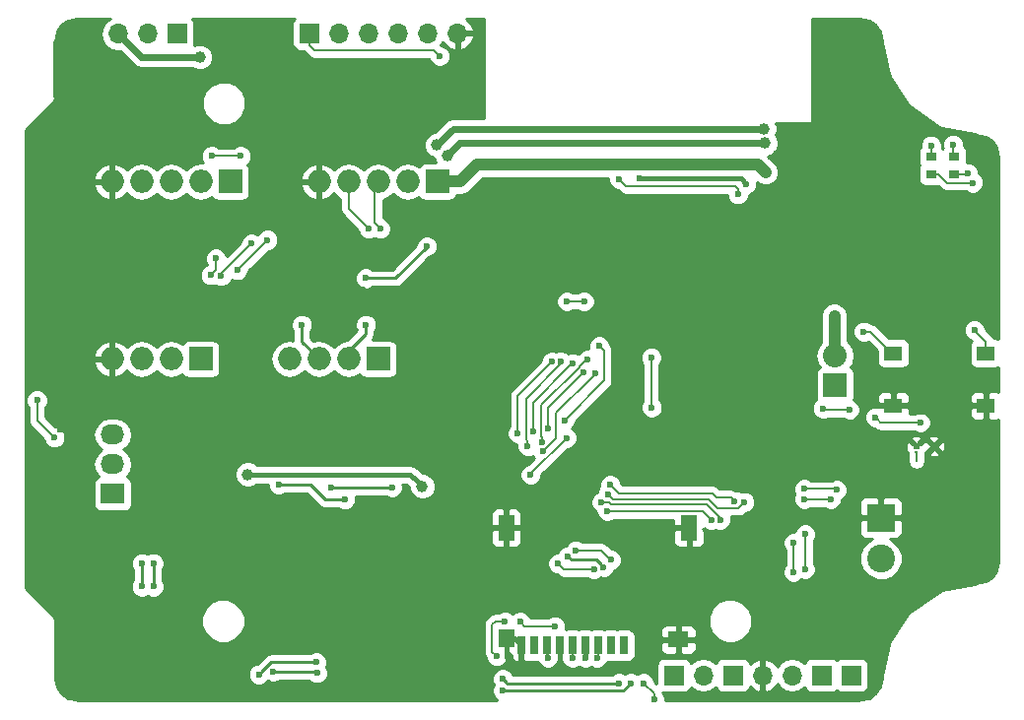
<source format=gbl>
G04 #@! TF.FileFunction,Copper,L2,Bot,Signal*
%FSLAX46Y46*%
G04 Gerber Fmt 4.6, Leading zero omitted, Abs format (unit mm)*
G04 Created by KiCad (PCBNEW 4.0.7) date 2018 June 13, Wednesday 14:09:15*
%MOMM*%
%LPD*%
G01*
G04 APERTURE LIST*
%ADD10C,0.050000*%
%ADD11R,0.889000X0.762000*%
%ADD12C,2.400000*%
%ADD13R,2.400000X2.400000*%
%ADD14R,2.032000X2.032000*%
%ADD15O,2.032000X2.032000*%
%ADD16R,1.700000X1.700000*%
%ADD17O,1.700000X1.700000*%
%ADD18R,1.550000X1.300000*%
%ADD19R,2.032000X1.727200*%
%ADD20O,2.032000X1.727200*%
%ADD21O,1.998980X1.998980*%
%ADD22R,1.998980X1.998980*%
%ADD23R,0.698500X1.597660*%
%ADD24R,1.399540X1.597660*%
%ADD25R,1.399540X2.199640*%
%ADD26R,1.798320X1.399540*%
%ADD27C,0.604800*%
%ADD28C,0.609600*%
%ADD29C,1.000000*%
%ADD30C,0.600000*%
%ADD31C,0.200000*%
%ADD32C,0.400000*%
%ADD33C,0.800000*%
%ADD34C,0.300000*%
%ADD35C,1.000000*%
%ADD36C,0.250000*%
%ADD37C,0.600000*%
%ADD38C,0.254000*%
G04 APERTURE END LIST*
D10*
D11*
X72990000Y44917000D03*
X72990000Y43393000D03*
X70990000Y44917000D03*
X70990000Y43393000D03*
D12*
X66690000Y10355000D03*
D13*
X66690000Y13855000D03*
D14*
X62750000Y25250000D03*
D15*
X62750000Y27790000D03*
D16*
X6230000Y55455000D03*
D17*
X3690000Y55455000D03*
X1150000Y55455000D03*
D16*
X61600000Y330000D03*
D17*
X59060000Y330000D03*
D16*
X48900000Y330000D03*
D17*
X51440000Y330000D03*
D18*
X67760000Y23505000D03*
X75710000Y23505000D03*
X67760000Y28005000D03*
X75710000Y28005000D03*
D19*
X690000Y15915000D03*
D20*
X690000Y18455000D03*
X690000Y20995000D03*
D16*
X53980000Y330000D03*
D17*
X56520000Y330000D03*
D16*
X64140000Y330000D03*
D21*
X640000Y27520000D03*
D22*
X8260000Y27520000D03*
D21*
X5720000Y27520000D03*
X3180000Y27520000D03*
X20960000Y42760000D03*
D22*
X28580000Y42760000D03*
D21*
X26040000Y42760000D03*
X23500000Y42760000D03*
X18420000Y42760000D03*
X15880000Y27520000D03*
D22*
X23500000Y27520000D03*
D21*
X20960000Y27520000D03*
X18420000Y27520000D03*
X3180000Y42760000D03*
D22*
X10800000Y42760000D03*
D21*
X8260000Y42760000D03*
X5720000Y42760000D03*
X640000Y42760000D03*
D16*
X17610000Y55500000D03*
D17*
X20150000Y55500000D03*
X22690000Y55500000D03*
X25230000Y55500000D03*
X27770000Y55500000D03*
X30310000Y55500000D03*
D23*
X44596500Y2900960D03*
X43496680Y2900960D03*
X42396860Y2900960D03*
X41299580Y2900960D03*
X40199760Y2900960D03*
X39099940Y2900960D03*
X38000120Y2900960D03*
X36900300Y2900960D03*
X35800480Y2900960D03*
D24*
X34500000Y3500400D03*
D25*
X34500000Y13000000D03*
X50197200Y13000000D03*
D26*
X49298040Y3398800D03*
D27*
X71250000Y20000000D03*
D28*
X69750000Y20000000D03*
D29*
X6710000Y14005000D03*
X3710000Y49505000D03*
X27710000Y13005000D03*
D30*
X9960010Y14955000D03*
X9960010Y15955000D03*
D29*
X7190000Y33955000D03*
X5190000Y33955000D03*
D30*
X63190000Y47955000D03*
X68690000Y41955000D03*
X69690000Y41955000D03*
X69690000Y42955000D03*
X68190000Y43955000D03*
X68690000Y42955000D03*
X67690000Y42955000D03*
X62190000Y50455000D03*
X61690000Y49455000D03*
X62190000Y51455000D03*
X61190000Y50455000D03*
X61190000Y51455000D03*
X65190000Y47955000D03*
X64190000Y47955000D03*
X70190000Y12955000D03*
X69190000Y12955000D03*
X69190000Y13955000D03*
X70190000Y13955000D03*
X70190000Y14955000D03*
X69190000Y14955000D03*
X65190000Y15955000D03*
X66190000Y15955000D03*
X67190000Y15955000D03*
X68190000Y15955000D03*
X69190000Y15955000D03*
X70190000Y15955000D03*
X70190000Y16955000D03*
X69190000Y16955000D03*
X68190000Y16955000D03*
X67190000Y16955000D03*
X66190000Y16955000D03*
X65190000Y16955000D03*
X65190000Y17955000D03*
X66190000Y17955000D03*
X67190000Y17955000D03*
X68190000Y17955000D03*
X68190000Y18955000D03*
X68190000Y19955000D03*
X48500000Y17500000D03*
X53690000Y16955000D03*
X53690000Y17955000D03*
X53690000Y19955000D03*
X48500000Y17500000D03*
X51690000Y12455000D03*
X57690000Y12455000D03*
X57690000Y13455000D03*
X60190000Y18455000D03*
X60190000Y19455000D03*
X54690000Y24955000D03*
X54690000Y27955000D03*
D29*
X55190000Y32455000D03*
X55190000Y34455000D03*
D30*
X22190000Y33455000D03*
X19690000Y22955000D03*
X19690000Y9455000D03*
X19690000Y11955000D03*
X25190000Y15455000D03*
X24190000Y14455000D03*
X24690000Y14955000D03*
X-3310000Y18455000D03*
X-3810000Y21455000D03*
X-4310000Y15955000D03*
X-4310000Y12955000D03*
X9690000Y11955000D03*
X9690000Y10955000D03*
X42890000Y455000D03*
X69690000Y22955000D03*
X70690000Y25955000D03*
X69690000Y25955000D03*
X69690000Y24955000D03*
X70690000Y24955000D03*
X70690000Y23955000D03*
X69690000Y23955000D03*
X72690000Y20755000D03*
X74690000Y19955000D03*
X72690000Y18955000D03*
X72690000Y19955000D03*
X61790000Y39155000D03*
X63790000Y38255000D03*
X62890000Y38255000D03*
X61790000Y38255000D03*
X60890000Y38455000D03*
X60190000Y39155000D03*
X60690000Y43455000D03*
X60690000Y44555000D03*
X61790000Y44555000D03*
X61790000Y43455000D03*
X70390000Y48055000D03*
X69490000Y48755000D03*
X69490000Y48055000D03*
X68490000Y48055000D03*
X68490000Y48755000D03*
X68490000Y49655000D03*
X67190000Y51155000D03*
X75390000Y46055000D03*
X75390000Y39055000D03*
X75590000Y9555000D03*
X72990000Y30755000D03*
X23190000Y22455000D03*
X15940000Y22455000D03*
X19690000Y20705000D03*
X70690000Y22955000D03*
D29*
X56790000Y43555000D03*
X62690000Y31205000D03*
X27290000Y16555000D03*
X12290000Y17580002D03*
D30*
X41290000Y1855000D03*
X24690022Y16480010D03*
X19440000Y16455000D03*
X20640000Y15430002D03*
X14940000Y16705000D03*
X42290000Y1855000D03*
X40190000Y1855000D03*
X38090000Y1805002D03*
X72890000Y45955000D03*
X40190000Y27155004D03*
X36789990Y21288198D03*
X74190000Y43455000D03*
X70990000Y45855000D03*
X41470423Y27455078D03*
X37590000Y20355000D03*
X74590000Y42655000D03*
D29*
X56744760Y46059362D03*
X29411930Y45030974D03*
X8190000Y53455000D03*
D30*
X13989999Y37755019D03*
X11390000Y35155000D03*
X9998026Y34641879D03*
X12590000Y37455006D03*
X22440000Y34455000D03*
X27690000Y37205000D03*
D29*
X56640032Y47304979D03*
X28528038Y45914866D03*
D30*
X52115078Y13705814D03*
X43190000Y14455000D03*
X52914662Y13679662D03*
X42690000Y15205000D03*
X9190000Y44955000D03*
X11690000Y44955000D03*
X60090000Y16355000D03*
X62890000Y16255000D03*
X65210000Y29875000D03*
X74710000Y30005042D03*
X42190000Y26255000D03*
X37640000Y19553544D03*
X47190000Y-1745000D03*
X46290000Y-345000D03*
X35690000Y4955000D03*
X38690000Y4555000D03*
X66210000Y22505000D03*
X60090000Y15455000D03*
X61690000Y23255000D03*
X63990000Y23155002D03*
X62390012Y15455000D03*
X70090000Y22055000D03*
X42490000Y28655000D03*
X39490000Y22255000D03*
X-4309988Y20756150D03*
X-5810000Y23954990D03*
X9560571Y36154988D03*
X9108030Y34723944D03*
X38964215Y9929990D03*
X42038193Y9449111D03*
X46990000Y23355006D03*
X46955674Y27655011D03*
X38090010Y21541216D03*
X41112665Y26329121D03*
X39209233Y27288477D03*
X36338439Y20005863D03*
X38409495Y27267555D03*
X35482042Y21113625D03*
X60190000Y12455000D03*
X60190000Y9455000D03*
X43215888Y15895132D03*
X54960484Y15204979D03*
X43440000Y16705000D03*
X54111236Y15304977D03*
X59190000Y9205000D03*
X59190000Y11705000D03*
X16940000Y30455000D03*
X22440000Y30455008D03*
X23690000Y38705000D03*
X22690000Y38705000D03*
X28790000Y53555000D03*
X54390000Y41654992D03*
X44190000Y42955000D03*
X55117602Y42548893D03*
X45940000Y43005010D03*
X43466116Y10240625D03*
X40489998Y11055002D03*
X39790000Y10555000D03*
X42867041Y9637609D03*
X34210000Y5000D03*
X18190000Y1455000D03*
X44190000Y-345000D03*
X13250782Y404252D03*
X3190000Y7955000D03*
X3190000Y9955000D03*
X18252868Y508234D03*
X34210000Y-995000D03*
X14490000Y654998D03*
X4190000Y7955000D03*
X4190000Y9955000D03*
X45190000Y-345000D03*
X41190000Y32455000D03*
X39690000Y32455000D03*
X34389996Y4955000D03*
X33690000Y1954994D03*
X36589998Y17555000D03*
X39665728Y20730728D03*
D31*
X69750000Y19568948D02*
X69750000Y18715000D01*
X69750000Y19568948D02*
X69690000Y19508948D01*
D32*
X56520000Y330000D02*
X56520000Y-1415000D01*
X56520000Y330000D02*
X56520000Y1532081D01*
X56520000Y1532081D02*
X56490000Y1562081D01*
X640000Y42760000D02*
X-773492Y42760000D01*
X-773492Y42760000D02*
X-778492Y42755000D01*
X640000Y42760000D02*
X640000Y40805000D01*
X640000Y42760000D02*
X640000Y44305000D01*
D31*
X69690000Y41955000D02*
X68690000Y41955000D01*
X68190000Y43955000D02*
X68690000Y43955000D01*
X68690000Y43955000D02*
X69690000Y42955000D01*
X67690000Y42955000D02*
X68690000Y42955000D01*
X61190000Y50455000D02*
X61190000Y49955000D01*
X61190000Y49955000D02*
X61690000Y49455000D01*
X61190000Y51455000D02*
X61190000Y50455000D01*
X69190000Y12955000D02*
X70190000Y12955000D01*
X70190000Y13955000D02*
X69190000Y13955000D01*
X69190000Y14955000D02*
X70190000Y14955000D01*
X66190000Y15955000D02*
X65190000Y15955000D01*
X68190000Y15955000D02*
X67190000Y15955000D01*
X70190000Y15955000D02*
X69190000Y15955000D01*
X70190000Y16955000D02*
X70190000Y15955000D01*
X68190000Y16955000D02*
X69190000Y16955000D01*
X66190000Y16955000D02*
X67190000Y16955000D01*
X65190000Y17955000D02*
X65190000Y16955000D01*
X68190000Y17955000D02*
X67190000Y17955000D01*
X68190000Y19955000D02*
X68190000Y18955000D01*
X53690000Y16955000D02*
X53690000Y17955000D01*
X53690000Y19955000D02*
X53690000Y17955000D01*
D32*
X57690000Y13455000D02*
X57690000Y12455000D01*
X60190000Y19455000D02*
X60190000Y18455000D01*
D33*
X55190000Y34455000D02*
X55190000Y32455000D01*
D32*
X-4310000Y12955000D02*
X-4310000Y15955000D01*
X9690000Y10955000D02*
X9690000Y11955000D01*
X34500000Y3500400D02*
X35201040Y3500400D01*
X35201040Y3500400D02*
X35800480Y2900960D01*
X34846570Y1511570D02*
X34500000Y1858140D01*
X34500000Y1858140D02*
X34500000Y3500400D01*
X34846570Y1955000D02*
X34846570Y1511570D01*
X34500000Y3500400D02*
X34500000Y2301570D01*
X34500000Y2301570D02*
X34846570Y1955000D01*
X35790000Y1691650D02*
X35790000Y1155000D01*
X35800480Y2900960D02*
X35800480Y1702130D01*
X35800480Y1702130D02*
X35790000Y1691650D01*
X69690000Y22955000D02*
X70690000Y22955000D01*
X69690000Y25955000D02*
X70690000Y25955000D01*
X70690000Y24955000D02*
X69690000Y24955000D01*
X69690000Y23955000D02*
X70690000Y23955000D01*
X72690000Y19955000D02*
X72690000Y18955000D01*
D34*
X63790000Y38255000D02*
X62690000Y38255000D01*
X62690000Y38255000D02*
X61790000Y39155000D01*
X61790000Y38255000D02*
X62890000Y38255000D01*
X60190000Y39155000D02*
X60890000Y38455000D01*
X60690000Y44555000D02*
X60690000Y43455000D01*
X61790000Y43455000D02*
X61790000Y44555000D01*
D32*
X69490000Y48755000D02*
X69690000Y48755000D01*
X69690000Y48755000D02*
X70390000Y48055000D01*
X68490000Y48055000D02*
X69490000Y48055000D01*
X68490000Y49655000D02*
X68490000Y48755000D01*
X61690000Y50255000D02*
X61190000Y50255000D01*
X61190000Y50255000D02*
X60990000Y50055000D01*
X61490000Y51655000D02*
X62090000Y51655000D01*
X61490000Y50955000D02*
X61490000Y50255000D01*
X22690000Y22455000D02*
X23190000Y22455000D01*
X15940000Y22455000D02*
X22690000Y22455000D01*
X19690000Y20705000D02*
X20440000Y20705000D01*
D31*
X70690000Y23379264D02*
X70690000Y22955000D01*
X70940000Y23705000D02*
X70690000Y23455000D01*
X70690000Y23455000D02*
X70690000Y23379264D01*
D35*
X56140000Y44205000D02*
X56290001Y44054999D01*
X32024490Y44205000D02*
X56140000Y44205000D01*
X30579490Y42760000D02*
X32024490Y44205000D01*
X28580000Y42760000D02*
X30579490Y42760000D01*
X56290001Y44054999D02*
X56790000Y43555000D01*
X62690000Y31205000D02*
X62690000Y27850000D01*
X62690000Y27850000D02*
X62750000Y27790000D01*
D32*
X26264998Y17580002D02*
X26790001Y17054999D01*
X26790001Y17054999D02*
X27290000Y16555000D01*
X12290000Y17580002D02*
X26264998Y17580002D01*
X41290000Y1855000D02*
X41290000Y2891380D01*
X41290000Y2891380D02*
X41299580Y2900960D01*
D36*
X24665012Y16455000D02*
X24690022Y16480010D01*
X19440000Y16455000D02*
X24665012Y16455000D01*
X14940000Y16705000D02*
X17690000Y16705000D01*
X17690000Y16705000D02*
X18964998Y15430002D01*
X18964998Y15430002D02*
X20640000Y15430002D01*
D31*
X42349730Y1855000D02*
X42290000Y1855000D01*
X42396860Y1902130D02*
X42349730Y1855000D01*
X42396860Y2900960D02*
X42396860Y1902130D01*
X40190000Y1855000D02*
X40190000Y2891200D01*
X40190000Y2891200D02*
X40199760Y2900960D01*
X38090000Y1805002D02*
X38090000Y2811080D01*
X38090000Y2811080D02*
X38000120Y2900960D01*
X38000120Y2900960D02*
X38000120Y1902130D01*
X72890000Y45955000D02*
X72890000Y45017000D01*
X72890000Y45017000D02*
X72990000Y44917000D01*
X39890001Y26855005D02*
X40190000Y27155004D01*
X36789990Y23754994D02*
X39890001Y26855005D01*
X36789990Y21288198D02*
X36789990Y23754994D01*
X72990000Y43393000D02*
X74128000Y43393000D01*
X74128000Y43393000D02*
X74190000Y43455000D01*
X70990000Y44917000D02*
X70990000Y45855000D01*
X40790000Y26855000D02*
X41390000Y27455000D01*
X41390000Y27455000D02*
X41470345Y27455000D01*
X41470345Y27455000D02*
X41470423Y27455078D01*
X37590000Y20355000D02*
X37590000Y20779264D01*
X37590000Y20779264D02*
X37490000Y20879264D01*
X37490000Y20879264D02*
X37490000Y23555000D01*
X37490000Y23555000D02*
X40765736Y26830736D01*
X70990000Y43393000D02*
X71634500Y43393000D01*
X71634500Y43393000D02*
X72372500Y42655000D01*
X72372500Y42655000D02*
X74590000Y42655000D01*
D37*
X30440318Y46059362D02*
X56037654Y46059362D01*
X29411930Y45030974D02*
X30440318Y46059362D01*
X56037654Y46059362D02*
X56744760Y46059362D01*
X1150000Y55455000D02*
X3150000Y53455000D01*
X3150000Y53455000D02*
X8190000Y53455000D01*
D31*
X13989999Y37754999D02*
X13989999Y37755019D01*
X11390000Y35155000D02*
X13989999Y37754999D01*
X9998026Y34863032D02*
X9998026Y34641879D01*
X12590000Y37455006D02*
X9998026Y34863032D01*
D36*
X27690000Y37205000D02*
X27690000Y37155000D01*
X27690000Y37155000D02*
X24990000Y34455000D01*
X24990000Y34455000D02*
X22440000Y34455000D01*
D37*
X29918151Y47304979D02*
X55932926Y47304979D01*
X28528038Y45914866D02*
X29918151Y47304979D01*
X55932926Y47304979D02*
X56640032Y47304979D01*
D31*
X43614264Y14455000D02*
X43664288Y14404976D01*
X51815079Y14005813D02*
X52115078Y13705814D01*
X43190000Y14455000D02*
X43614264Y14455000D01*
X51415916Y14404976D02*
X51815079Y14005813D01*
X43664288Y14404976D02*
X51415916Y14404976D01*
X52914662Y13848938D02*
X52914662Y13679662D01*
X51708611Y15054989D02*
X52914662Y13848938D01*
X42690000Y15205000D02*
X43340320Y15205000D01*
X43340320Y15205000D02*
X43490331Y15054989D01*
X43490331Y15054989D02*
X51708611Y15054989D01*
X11690000Y44955000D02*
X9190000Y44955000D01*
X60090000Y16355000D02*
X62790000Y16355000D01*
X62790000Y16355000D02*
X62890000Y16255000D01*
X67760000Y28005000D02*
X67635000Y28005000D01*
X67635000Y28005000D02*
X65765000Y29875000D01*
X65765000Y29875000D02*
X65210000Y29875000D01*
X75009999Y29705043D02*
X74710000Y30005042D01*
X75710000Y29005042D02*
X75009999Y29705043D01*
X75710000Y28005000D02*
X75710000Y29005042D01*
X38790000Y20703544D02*
X38790000Y22855000D01*
X38790000Y22855000D02*
X41890001Y25955001D01*
X41890001Y25955001D02*
X42190000Y26255000D01*
X37640000Y19553544D02*
X38790000Y20703544D01*
X46290000Y-345000D02*
X47190000Y-1245000D01*
X47190000Y-1245000D02*
X47190000Y-1320736D01*
X47190000Y-1320736D02*
X47190000Y-1745000D01*
X38690000Y4555000D02*
X36090000Y4555000D01*
X36090000Y4555000D02*
X35690000Y4955000D01*
X66509999Y22205001D02*
X66210000Y22505000D01*
X66660000Y22055000D02*
X66509999Y22205001D01*
X70090000Y22055000D02*
X66660000Y22055000D01*
X60090000Y15455000D02*
X62390012Y15455000D01*
X61789998Y23155002D02*
X61690000Y23255000D01*
X63990000Y23155002D02*
X61789998Y23155002D01*
X42889999Y25654999D02*
X42889999Y28255001D01*
X42889999Y28255001D02*
X42789999Y28355001D01*
X42789999Y28355001D02*
X42490000Y28655000D01*
X39490000Y22255000D02*
X42889999Y25654999D01*
X-5810000Y22256162D02*
X-5810000Y23530726D01*
X-5810000Y23530726D02*
X-5810000Y23954990D01*
X-4309988Y20756150D02*
X-5810000Y22256162D01*
X9560571Y35176485D02*
X9560571Y35730724D01*
X9560571Y35730724D02*
X9560571Y36154988D01*
X9108030Y34723944D02*
X9560571Y35176485D01*
X39445094Y9449111D02*
X39264214Y9629991D01*
X39264214Y9629991D02*
X38964215Y9929990D01*
X42038193Y9449111D02*
X39445094Y9449111D01*
X46955674Y23389332D02*
X46990000Y23355006D01*
X46955674Y27655011D02*
X46955674Y23389332D01*
X40812666Y26029122D02*
X41112665Y26329121D01*
X38090010Y23306466D02*
X40812666Y26029122D01*
X38090010Y21541216D02*
X38090010Y23306466D01*
X36189989Y24069233D02*
X39209233Y27088477D01*
X39209233Y27088477D02*
X39209233Y27288477D01*
X36338439Y20005863D02*
X36338439Y20430127D01*
X36338439Y20430127D02*
X36189989Y20578577D01*
X36189989Y20578577D02*
X36189989Y24069233D01*
X38109496Y26967556D02*
X38409495Y27267555D01*
X35482042Y24340102D02*
X38109496Y26967556D01*
X35482042Y21113625D02*
X35482042Y24340102D01*
X43656020Y15455000D02*
X51874300Y15455000D01*
X60190000Y12455000D02*
X60190000Y9455000D01*
X54660485Y14904980D02*
X54960484Y15204979D01*
X54460481Y14704976D02*
X54660485Y14904980D01*
X52624324Y14704976D02*
X54460481Y14704976D01*
X51874300Y15455000D02*
X52624324Y14704976D01*
X43215888Y15895132D02*
X43656020Y15455000D01*
X43440000Y16705000D02*
X44190000Y15955000D01*
X52540024Y15604976D02*
X53811237Y15604976D01*
X52190000Y15955000D02*
X52540024Y15604976D01*
X53811237Y15604976D02*
X54111236Y15304977D01*
X44190000Y15955000D02*
X52190000Y15955000D01*
X59190000Y9205000D02*
X59190000Y11705000D01*
D36*
X16940000Y30455000D02*
X16940000Y29000000D01*
X16940000Y29000000D02*
X18420000Y27520000D01*
X20960000Y27520000D02*
X20960000Y28225000D01*
X20960000Y28225000D02*
X22440000Y29705000D01*
X22440000Y29705000D02*
X22440000Y30030744D01*
X22440000Y30030744D02*
X22440000Y30455008D01*
X22440000Y30205000D02*
X22440000Y30455008D01*
D31*
X23690000Y38705000D02*
X23190000Y39205000D01*
X23190000Y39205000D02*
X23190000Y42450000D01*
X23190000Y42450000D02*
X23500000Y42760000D01*
X22690000Y38705000D02*
X20960000Y40435000D01*
X20960000Y40435000D02*
X20960000Y42760000D01*
X18005000Y54055000D02*
X28290000Y54055000D01*
X28290000Y54055000D02*
X28790000Y53555000D01*
X17610000Y55500000D02*
X17610000Y54450000D01*
X17610000Y54450000D02*
X18005000Y54055000D01*
X44190000Y42955000D02*
X44790000Y42355000D01*
X54390000Y42155000D02*
X54390000Y41654992D01*
X44790000Y42355000D02*
X54190000Y42355000D01*
X54190000Y42355000D02*
X54390000Y42155000D01*
D32*
X46364264Y43005010D02*
X45940000Y43005010D01*
X54661485Y43005010D02*
X46364264Y43005010D01*
X55117602Y42548893D02*
X54661485Y43005010D01*
D31*
X43166117Y10540624D02*
X43466116Y10240625D01*
X42651739Y11055002D02*
X43166117Y10540624D01*
X40489998Y11055002D02*
X42651739Y11055002D01*
D36*
X40089999Y10255001D02*
X42249649Y10255001D01*
X39790000Y10555000D02*
X40089999Y10255001D01*
X42567042Y9937608D02*
X42867041Y9637609D01*
X42249649Y10255001D02*
X42567042Y9937608D01*
X34509999Y-294999D02*
X34210000Y5000D01*
X34560000Y-345000D02*
X34509999Y-294999D01*
X44190000Y-345000D02*
X34560000Y-345000D01*
X14301530Y1455000D02*
X13550781Y704251D01*
X13550781Y704251D02*
X13250782Y404252D01*
X18190000Y1455000D02*
X14301530Y1455000D01*
X3190000Y9955000D02*
X3190000Y7955000D01*
X18106104Y654998D02*
X18252868Y508234D01*
X14490000Y654998D02*
X18106104Y654998D01*
X34634264Y-995000D02*
X34210000Y-995000D01*
X45190000Y-345000D02*
X44540000Y-995000D01*
X44540000Y-995000D02*
X34634264Y-995000D01*
X4190000Y9955000D02*
X4190000Y7955000D01*
D31*
X39690000Y32455000D02*
X41190000Y32455000D01*
X33690000Y1954994D02*
X33290000Y2354994D01*
X33290000Y2354994D02*
X33290000Y4679264D01*
X33290000Y4679264D02*
X33565736Y4955000D01*
X33565736Y4955000D02*
X33965732Y4955000D01*
X33965732Y4955000D02*
X34389996Y4955000D01*
X36589998Y17654998D02*
X36589998Y17555000D01*
X39665728Y20730728D02*
X36589998Y17654998D01*
D38*
G36*
X99946Y56534147D02*
X-221961Y56052378D01*
X-335000Y55484093D01*
X-335000Y55425907D01*
X-221961Y54857622D01*
X99946Y54375853D01*
X581715Y54053946D01*
X1150000Y53940907D01*
X1309981Y53972729D01*
X2488855Y52793855D01*
X2792191Y52591173D01*
X3150000Y52520000D01*
X7519636Y52520000D01*
X7546235Y52493355D01*
X7963244Y52320197D01*
X8414775Y52319803D01*
X8832086Y52492233D01*
X9151645Y52811235D01*
X9324803Y53228244D01*
X9325197Y53679775D01*
X9152767Y54097086D01*
X8833765Y54416645D01*
X8416756Y54589803D01*
X7965225Y54590197D01*
X7702455Y54481622D01*
X7727440Y54605000D01*
X7727440Y56305000D01*
X7683162Y56540317D01*
X7544090Y56756441D01*
X7494975Y56790000D01*
X16292099Y56790000D01*
X16163569Y56601890D01*
X16112560Y56350000D01*
X16112560Y54650000D01*
X16156838Y54414683D01*
X16295910Y54198559D01*
X16508110Y54053569D01*
X16760000Y54002560D01*
X17041979Y54002560D01*
X17090277Y53930277D01*
X17485276Y53535277D01*
X17723728Y53375949D01*
X18005000Y53320000D01*
X27875429Y53320000D01*
X27996883Y53026057D01*
X28259673Y52762808D01*
X28603201Y52620162D01*
X28975167Y52619838D01*
X29318943Y52761883D01*
X29582192Y53024673D01*
X29724838Y53368201D01*
X29725162Y53740167D01*
X29583117Y54083943D01*
X29320327Y54347192D01*
X28976799Y54489838D01*
X28894537Y54489910D01*
X28877548Y54506899D01*
X29047702Y54761553D01*
X29114817Y54618642D01*
X29543076Y54228355D01*
X29953110Y54058524D01*
X30183000Y54179845D01*
X30183000Y55373000D01*
X30437000Y55373000D01*
X30437000Y54179845D01*
X30666890Y54058524D01*
X31076924Y54228355D01*
X31505183Y54618642D01*
X31751486Y55143108D01*
X31630819Y55373000D01*
X30437000Y55373000D01*
X30183000Y55373000D01*
X30163000Y55373000D01*
X30163000Y55627000D01*
X30183000Y55627000D01*
X30183000Y55647000D01*
X30437000Y55647000D01*
X30437000Y55627000D01*
X31630819Y55627000D01*
X31751486Y55856892D01*
X31505183Y56381358D01*
X31076924Y56771645D01*
X31032608Y56790000D01*
X32563000Y56790000D01*
X32563000Y48239979D01*
X29918151Y48239979D01*
X29560342Y48168806D01*
X29257006Y47966124D01*
X28340912Y47050030D01*
X28303263Y47050063D01*
X27885952Y46877633D01*
X27566393Y46558631D01*
X27393235Y46141622D01*
X27392841Y45690091D01*
X27565271Y45272780D01*
X27884273Y44953221D01*
X28284685Y44786955D01*
X28441708Y44406930D01*
X27580510Y44406930D01*
X27345193Y44362652D01*
X27129069Y44223580D01*
X27015610Y44057527D01*
X26697514Y44270072D01*
X26072022Y44394490D01*
X26007978Y44394490D01*
X25382486Y44270072D01*
X24852219Y43915759D01*
X24770000Y43792710D01*
X24687781Y43915759D01*
X24157514Y44270072D01*
X23532022Y44394490D01*
X23467978Y44394490D01*
X22842486Y44270072D01*
X22312219Y43915759D01*
X22230000Y43792710D01*
X22147781Y43915759D01*
X21617514Y44270072D01*
X20992022Y44394490D01*
X20927978Y44394490D01*
X20302486Y44270072D01*
X19772219Y43915759D01*
X19672621Y43766700D01*
X19379726Y44083068D01*
X18800355Y44349627D01*
X18547000Y44230807D01*
X18547000Y42887000D01*
X18567000Y42887000D01*
X18567000Y42633000D01*
X18547000Y42633000D01*
X18547000Y41289193D01*
X18800355Y41170373D01*
X19379726Y41436932D01*
X19672621Y41753300D01*
X19772219Y41604241D01*
X20225000Y41301702D01*
X20225000Y40435000D01*
X20280949Y40153728D01*
X20440277Y39915277D01*
X21754908Y38600645D01*
X21754838Y38519833D01*
X21896883Y38176057D01*
X22159673Y37912808D01*
X22503201Y37770162D01*
X22875167Y37769838D01*
X23190351Y37900069D01*
X23503201Y37770162D01*
X23875167Y37769838D01*
X24218943Y37911883D01*
X24482192Y38174673D01*
X24624838Y38518201D01*
X24625162Y38890167D01*
X24483117Y39233943D01*
X24220327Y39497192D01*
X23925000Y39619823D01*
X23925000Y41203678D01*
X24157514Y41249928D01*
X24687781Y41604241D01*
X24770000Y41727290D01*
X24852219Y41604241D01*
X25382486Y41249928D01*
X26007978Y41125510D01*
X26072022Y41125510D01*
X26697514Y41249928D01*
X27017077Y41463453D01*
X27116420Y41309069D01*
X27328620Y41164079D01*
X27580510Y41113070D01*
X29579490Y41113070D01*
X29814807Y41157348D01*
X30030931Y41296420D01*
X30175921Y41508620D01*
X30199489Y41625000D01*
X30579490Y41625000D01*
X31013836Y41711397D01*
X31382056Y41957434D01*
X32494622Y43070000D01*
X43255099Y43070000D01*
X43254838Y42769833D01*
X43396883Y42426057D01*
X43659673Y42162808D01*
X44003201Y42020162D01*
X44085463Y42020090D01*
X44270276Y41835277D01*
X44451941Y41713893D01*
X44508728Y41675949D01*
X44790000Y41620000D01*
X53454969Y41620000D01*
X53454838Y41469825D01*
X53596883Y41126049D01*
X53859673Y40862800D01*
X54203201Y40720154D01*
X54575167Y40719830D01*
X54918943Y40861875D01*
X55182192Y41124665D01*
X55324838Y41468193D01*
X55324973Y41622905D01*
X55646545Y41755776D01*
X55909794Y42018566D01*
X56052440Y42362094D01*
X56052723Y42687030D01*
X56146235Y42593355D01*
X56563244Y42420197D01*
X57014775Y42419803D01*
X57432086Y42592233D01*
X57751645Y42911235D01*
X57924803Y43328244D01*
X57925197Y43779775D01*
X57752767Y44197086D01*
X57433765Y44516645D01*
X57433290Y44516842D01*
X57092569Y44857563D01*
X57092567Y44857566D01*
X57009468Y44940665D01*
X57386846Y45096595D01*
X57588602Y45298000D01*
X69898060Y45298000D01*
X69898060Y44536000D01*
X69942338Y44300683D01*
X70036666Y44154093D01*
X69949069Y44025890D01*
X69898060Y43774000D01*
X69898060Y43012000D01*
X69942338Y42776683D01*
X70081410Y42560559D01*
X70293610Y42415569D01*
X70545500Y42364560D01*
X71434500Y42364560D01*
X71593563Y42394490D01*
X71852777Y42135276D01*
X72027447Y42018566D01*
X72091228Y41975949D01*
X72372500Y41920000D01*
X74002581Y41920000D01*
X74059673Y41862808D01*
X74403201Y41720162D01*
X74775167Y41719838D01*
X75118943Y41861883D01*
X75382192Y42124673D01*
X75524838Y42468201D01*
X75525162Y42840167D01*
X75383117Y43183943D01*
X75124990Y43442521D01*
X75125162Y43640167D01*
X74983117Y43983943D01*
X74720327Y44247192D01*
X74376799Y44389838D01*
X74052399Y44390121D01*
X74081940Y44536000D01*
X74081940Y45298000D01*
X74037662Y45533317D01*
X73898590Y45749441D01*
X73824866Y45799815D01*
X73825162Y46140167D01*
X73683117Y46483943D01*
X73420327Y46747192D01*
X73076799Y46889838D01*
X72704833Y46890162D01*
X72361057Y46748117D01*
X72097808Y46485327D01*
X71955162Y46141799D01*
X71954838Y45769833D01*
X72009296Y45638035D01*
X71989202Y45608626D01*
X71924873Y45708596D01*
X71925162Y46040167D01*
X71783117Y46383943D01*
X71520327Y46647192D01*
X71176799Y46789838D01*
X70804833Y46790162D01*
X70461057Y46648117D01*
X70197808Y46385327D01*
X70055162Y46041799D01*
X70054868Y45704733D01*
X69949069Y45549890D01*
X69898060Y45298000D01*
X57588602Y45298000D01*
X57706405Y45415597D01*
X57879563Y45832606D01*
X57879957Y46284137D01*
X57707527Y46701448D01*
X57644571Y46764514D01*
X57774835Y47078223D01*
X57775229Y47529754D01*
X57651996Y47828000D01*
X60690000Y47828000D01*
X60736159Y47836685D01*
X60778553Y47863965D01*
X60806994Y47905590D01*
X60817000Y47955000D01*
X60817000Y56790000D01*
X64830350Y56790000D01*
X64856609Y56779123D01*
X65669926Y56617344D01*
X66237862Y56237861D01*
X66617344Y55669926D01*
X66779123Y54856609D01*
X66828161Y54738221D01*
X67374546Y51991360D01*
X67449510Y51810383D01*
X67480561Y51735419D01*
X69106355Y49302245D01*
X69302244Y49106356D01*
X71735419Y47480561D01*
X71991360Y47374546D01*
X74738216Y46828163D01*
X74856609Y46779123D01*
X75669926Y46617344D01*
X76237862Y46237861D01*
X76617344Y45669926D01*
X76779123Y44856609D01*
X76790000Y44830350D01*
X76790000Y29215143D01*
X76736890Y29251431D01*
X76485000Y29302440D01*
X76378276Y29302440D01*
X76229724Y29524765D01*
X75645092Y30109397D01*
X75645162Y30190209D01*
X75503117Y30533985D01*
X75240327Y30797234D01*
X74896799Y30939880D01*
X74524833Y30940204D01*
X74181057Y30798159D01*
X73917808Y30535369D01*
X73775162Y30191841D01*
X73774838Y29819875D01*
X73916883Y29476099D01*
X74179673Y29212850D01*
X74466300Y29093831D01*
X74338569Y28906890D01*
X74287560Y28655000D01*
X74287560Y27355000D01*
X74331838Y27119683D01*
X74470910Y26903559D01*
X74683110Y26758569D01*
X74935000Y26707560D01*
X76485000Y26707560D01*
X76720317Y26751838D01*
X76790000Y26796678D01*
X76790000Y24715984D01*
X76611309Y24790000D01*
X75995750Y24790000D01*
X75837000Y24631250D01*
X75837000Y23632000D01*
X75857000Y23632000D01*
X75857000Y23378000D01*
X75837000Y23378000D01*
X75837000Y22378750D01*
X75995750Y22220000D01*
X76611309Y22220000D01*
X76790000Y22294016D01*
X76790000Y10169650D01*
X76779123Y10143391D01*
X76617344Y9330074D01*
X76237862Y8762139D01*
X75669926Y8382656D01*
X74856609Y8220877D01*
X74738216Y8171837D01*
X71991360Y7625454D01*
X71735419Y7519439D01*
X69302244Y5893644D01*
X69106355Y5697755D01*
X67480561Y3264581D01*
X67480561Y3264580D01*
X67374546Y3008640D01*
X66828161Y261779D01*
X66779123Y143391D01*
X66617344Y-669926D01*
X66237862Y-1237861D01*
X65669926Y-1617344D01*
X64856609Y-1779123D01*
X64830350Y-1790000D01*
X48124962Y-1790000D01*
X48125162Y-1559833D01*
X47983117Y-1216057D01*
X47905342Y-1138146D01*
X48050000Y-1167440D01*
X49750000Y-1167440D01*
X49985317Y-1123162D01*
X50201441Y-984090D01*
X50346431Y-771890D01*
X50360086Y-704459D01*
X50389946Y-749147D01*
X50871715Y-1071054D01*
X51440000Y-1184093D01*
X52008285Y-1071054D01*
X52490054Y-749147D01*
X52517850Y-707548D01*
X52526838Y-755317D01*
X52665910Y-971441D01*
X52878110Y-1116431D01*
X53130000Y-1167440D01*
X54830000Y-1167440D01*
X55065317Y-1123162D01*
X55281441Y-984090D01*
X55426431Y-771890D01*
X55448301Y-663893D01*
X55753076Y-941645D01*
X56163110Y-1111476D01*
X56393000Y-990155D01*
X56393000Y203000D01*
X56373000Y203000D01*
X56373000Y457000D01*
X56393000Y457000D01*
X56393000Y1650155D01*
X56647000Y1650155D01*
X56647000Y457000D01*
X56667000Y457000D01*
X56667000Y203000D01*
X56647000Y203000D01*
X56647000Y-990155D01*
X56876890Y-1111476D01*
X57286924Y-941645D01*
X57715183Y-551358D01*
X57782298Y-408447D01*
X58009946Y-749147D01*
X58491715Y-1071054D01*
X59060000Y-1184093D01*
X59628285Y-1071054D01*
X60110054Y-749147D01*
X60137850Y-707548D01*
X60146838Y-755317D01*
X60285910Y-971441D01*
X60498110Y-1116431D01*
X60750000Y-1167440D01*
X62450000Y-1167440D01*
X62685317Y-1123162D01*
X62872077Y-1002985D01*
X63038110Y-1116431D01*
X63290000Y-1167440D01*
X64990000Y-1167440D01*
X65225317Y-1123162D01*
X65441441Y-984090D01*
X65586431Y-771890D01*
X65637440Y-520000D01*
X65637440Y1180000D01*
X65593162Y1415317D01*
X65454090Y1631441D01*
X65241890Y1776431D01*
X64990000Y1827440D01*
X63290000Y1827440D01*
X63054683Y1783162D01*
X62867923Y1662985D01*
X62701890Y1776431D01*
X62450000Y1827440D01*
X60750000Y1827440D01*
X60514683Y1783162D01*
X60298559Y1644090D01*
X60153569Y1431890D01*
X60139914Y1364459D01*
X60110054Y1409147D01*
X59628285Y1731054D01*
X59060000Y1844093D01*
X58491715Y1731054D01*
X58009946Y1409147D01*
X57782298Y1068447D01*
X57715183Y1211358D01*
X57286924Y1601645D01*
X56876890Y1771476D01*
X56647000Y1650155D01*
X56393000Y1650155D01*
X56163110Y1771476D01*
X55753076Y1601645D01*
X55450063Y1325499D01*
X55433162Y1415317D01*
X55294090Y1631441D01*
X55081890Y1776431D01*
X54830000Y1827440D01*
X53130000Y1827440D01*
X52894683Y1783162D01*
X52678559Y1644090D01*
X52533569Y1431890D01*
X52519914Y1364459D01*
X52490054Y1409147D01*
X52008285Y1731054D01*
X51440000Y1844093D01*
X50871715Y1731054D01*
X50389946Y1409147D01*
X50362150Y1367548D01*
X50353162Y1415317D01*
X50214090Y1631441D01*
X50001890Y1776431D01*
X49750000Y1827440D01*
X48050000Y1827440D01*
X47814683Y1783162D01*
X47598559Y1644090D01*
X47453569Y1431890D01*
X47402560Y1180000D01*
X47402560Y-418113D01*
X47225092Y-240645D01*
X47225162Y-159833D01*
X47083117Y183943D01*
X46820327Y447192D01*
X46476799Y589838D01*
X46104833Y590162D01*
X45761057Y448117D01*
X45740194Y427290D01*
X45720327Y447192D01*
X45376799Y589838D01*
X45004833Y590162D01*
X44689649Y459931D01*
X44376799Y589838D01*
X44004833Y590162D01*
X43661057Y448117D01*
X43627882Y415000D01*
X35052263Y415000D01*
X35003117Y533943D01*
X34740327Y797192D01*
X34396799Y939838D01*
X34024833Y940162D01*
X33681057Y798117D01*
X33417808Y535327D01*
X33275162Y191799D01*
X33274838Y-180167D01*
X33405069Y-495351D01*
X33275162Y-808201D01*
X33274838Y-1180167D01*
X33416883Y-1523943D01*
X33679673Y-1787192D01*
X33686435Y-1790000D01*
X-2330350Y-1790000D01*
X-2356609Y-1779123D01*
X-3169926Y-1617344D01*
X-3737861Y-1237862D01*
X-4117344Y-669926D01*
X-4265000Y72390D01*
X-4265000Y219085D01*
X12315620Y219085D01*
X12457665Y-124691D01*
X12720455Y-387940D01*
X13063983Y-530586D01*
X13435949Y-530910D01*
X13779725Y-388865D01*
X14010637Y-158356D01*
X14303201Y-279840D01*
X14675167Y-280164D01*
X15018943Y-138119D01*
X15052118Y-105002D01*
X17543897Y-105002D01*
X17722541Y-283958D01*
X18066069Y-426604D01*
X18438035Y-426928D01*
X18781811Y-284883D01*
X19045060Y-22093D01*
X19187706Y321435D01*
X19188030Y693401D01*
X19045985Y1037177D01*
X19033925Y1049258D01*
X19124838Y1268201D01*
X19125162Y1640167D01*
X18983117Y1983943D01*
X18720327Y2247192D01*
X18376799Y2389838D01*
X18004833Y2390162D01*
X17661057Y2248117D01*
X17627882Y2215000D01*
X14301530Y2215000D01*
X14094250Y2173769D01*
X14010690Y2157148D01*
X13764129Y1992401D01*
X13111102Y1339374D01*
X13065615Y1339414D01*
X12721839Y1197369D01*
X12458590Y934579D01*
X12315944Y591051D01*
X12315620Y219085D01*
X-4265000Y219085D01*
X-4265000Y4626695D01*
X8304674Y4626695D01*
X8591043Y3933628D01*
X9120839Y3402907D01*
X9813405Y3115328D01*
X10563305Y3114674D01*
X11256372Y3401043D01*
X11787093Y3930839D01*
X12074672Y4623405D01*
X12074720Y4679264D01*
X32555000Y4679264D01*
X32555000Y2354994D01*
X32605298Y2102130D01*
X32610949Y2073722D01*
X32754915Y1858262D01*
X32754838Y1769827D01*
X32896883Y1426051D01*
X33159673Y1162802D01*
X33503201Y1020156D01*
X33875167Y1019832D01*
X34218943Y1161877D01*
X34482192Y1424667D01*
X34624838Y1768195D01*
X34625098Y2066570D01*
X34627002Y2066570D01*
X34627002Y2225318D01*
X34785750Y2066570D01*
X34816230Y2066570D01*
X34816230Y1975821D01*
X34912903Y1742432D01*
X35091531Y1563803D01*
X35324920Y1467130D01*
X35514730Y1467130D01*
X35673480Y1625880D01*
X35673480Y2277255D01*
X35738097Y2341872D01*
X35834770Y2575261D01*
X35834770Y3047960D01*
X35903610Y3047960D01*
X35903610Y2102130D01*
X35927480Y1975272D01*
X35927480Y1625880D01*
X36086230Y1467130D01*
X36276040Y1467130D01*
X36346171Y1496179D01*
X36551050Y1454690D01*
X37223074Y1454690D01*
X37296883Y1276059D01*
X37559673Y1012810D01*
X37903201Y870164D01*
X38275167Y869840D01*
X38618943Y1011885D01*
X38882192Y1274675D01*
X39024838Y1618203D01*
X39025162Y1990169D01*
X38990920Y2073042D01*
X38996810Y2102130D01*
X38996810Y3047960D01*
X39203070Y3047960D01*
X39203070Y2102130D01*
X39226940Y1975272D01*
X39226940Y1625880D01*
X39305430Y1547390D01*
X39396883Y1326057D01*
X39659673Y1062808D01*
X40003201Y920162D01*
X40375167Y919838D01*
X40718943Y1061883D01*
X40739806Y1082710D01*
X40759673Y1062808D01*
X41103201Y920162D01*
X41475167Y919838D01*
X41790351Y1050069D01*
X42103201Y920162D01*
X42475167Y919838D01*
X42818943Y1061883D01*
X43082192Y1324673D01*
X43137053Y1456791D01*
X43147430Y1454690D01*
X43845930Y1454690D01*
X44053956Y1493833D01*
X44247250Y1454690D01*
X44945750Y1454690D01*
X45181067Y1498968D01*
X45397191Y1638040D01*
X45542181Y1850240D01*
X45593190Y2102130D01*
X45593190Y3113050D01*
X47763880Y3113050D01*
X47763880Y2572721D01*
X47860553Y2339332D01*
X48039181Y2160703D01*
X48272570Y2064030D01*
X49012290Y2064030D01*
X49171040Y2222780D01*
X49171040Y3271800D01*
X49425040Y3271800D01*
X49425040Y2222780D01*
X49583790Y2064030D01*
X50323510Y2064030D01*
X50556899Y2160703D01*
X50735527Y2339332D01*
X50832200Y2572721D01*
X50832200Y3113050D01*
X50673450Y3271800D01*
X49425040Y3271800D01*
X49171040Y3271800D01*
X47922630Y3271800D01*
X47763880Y3113050D01*
X45593190Y3113050D01*
X45593190Y3699790D01*
X45548912Y3935107D01*
X45409840Y4151231D01*
X45302053Y4224879D01*
X47763880Y4224879D01*
X47763880Y3684550D01*
X47922630Y3525800D01*
X49171040Y3525800D01*
X49171040Y4574820D01*
X49425040Y4574820D01*
X49425040Y3525800D01*
X50673450Y3525800D01*
X50832200Y3684550D01*
X50832200Y4224879D01*
X50735527Y4458268D01*
X50567101Y4626695D01*
X51864674Y4626695D01*
X52151043Y3933628D01*
X52680839Y3402907D01*
X53373405Y3115328D01*
X54123305Y3114674D01*
X54816372Y3401043D01*
X55347093Y3930839D01*
X55634672Y4623405D01*
X55635326Y5373305D01*
X55348957Y6066372D01*
X54819161Y6597093D01*
X54126595Y6884672D01*
X53376695Y6885326D01*
X52683628Y6598957D01*
X52152907Y6069161D01*
X51865328Y5376595D01*
X51864674Y4626695D01*
X50567101Y4626695D01*
X50556899Y4636897D01*
X50323510Y4733570D01*
X49583790Y4733570D01*
X49425040Y4574820D01*
X49171040Y4574820D01*
X49012290Y4733570D01*
X48272570Y4733570D01*
X48039181Y4636897D01*
X47860553Y4458268D01*
X47763880Y4224879D01*
X45302053Y4224879D01*
X45197640Y4296221D01*
X44945750Y4347230D01*
X44247250Y4347230D01*
X44039224Y4308087D01*
X43845930Y4347230D01*
X43147430Y4347230D01*
X42939404Y4308087D01*
X42746110Y4347230D01*
X42047610Y4347230D01*
X41840900Y4308335D01*
X41648830Y4347230D01*
X40950330Y4347230D01*
X40742304Y4308087D01*
X40549010Y4347230D01*
X39850510Y4347230D01*
X39640753Y4307761D01*
X39605760Y4322256D01*
X39624838Y4368201D01*
X39625162Y4740167D01*
X39483117Y5083943D01*
X39220327Y5347192D01*
X38876799Y5489838D01*
X38504833Y5490162D01*
X38161057Y5348117D01*
X38102838Y5290000D01*
X36563252Y5290000D01*
X36483117Y5483943D01*
X36220327Y5747192D01*
X35876799Y5889838D01*
X35504833Y5890162D01*
X35161057Y5748117D01*
X35040017Y5627288D01*
X34920323Y5747192D01*
X34576795Y5889838D01*
X34204829Y5890162D01*
X33861053Y5748117D01*
X33802834Y5690000D01*
X33565736Y5690000D01*
X33284464Y5634051D01*
X33046013Y5474724D01*
X32770277Y5198987D01*
X32610949Y4960536D01*
X32555000Y4679264D01*
X12074720Y4679264D01*
X12075326Y5373305D01*
X11788957Y6066372D01*
X11259161Y6597093D01*
X10566595Y6884672D01*
X9816695Y6885326D01*
X9123628Y6598957D01*
X8592907Y6069161D01*
X8305328Y5376595D01*
X8304674Y4626695D01*
X-4265000Y4626695D01*
X-4265000Y5000000D01*
X-4320949Y5281272D01*
X-4365613Y5348117D01*
X-4480276Y5519723D01*
X-6765000Y7804446D01*
X-6765000Y9769833D01*
X2254838Y9769833D01*
X2396883Y9426057D01*
X2430000Y9392882D01*
X2430000Y8517463D01*
X2397808Y8485327D01*
X2255162Y8141799D01*
X2254838Y7769833D01*
X2396883Y7426057D01*
X2659673Y7162808D01*
X3003201Y7020162D01*
X3375167Y7019838D01*
X3690351Y7150069D01*
X4003201Y7020162D01*
X4375167Y7019838D01*
X4718943Y7161883D01*
X4982192Y7424673D01*
X5124838Y7768201D01*
X5125162Y8140167D01*
X4983117Y8483943D01*
X4950000Y8517118D01*
X4950000Y9392537D01*
X4982192Y9424673D01*
X5115130Y9744823D01*
X38029053Y9744823D01*
X38171098Y9401047D01*
X38433888Y9137798D01*
X38777416Y8995152D01*
X38859678Y8995080D01*
X38925371Y8929387D01*
X39121326Y8798455D01*
X39163822Y8770060D01*
X39445094Y8714111D01*
X41450774Y8714111D01*
X41507866Y8656919D01*
X41851394Y8514273D01*
X42223360Y8513949D01*
X42567136Y8655994D01*
X42633456Y8722198D01*
X42680242Y8702771D01*
X43052208Y8702447D01*
X43395984Y8844492D01*
X43659233Y9107282D01*
X43760215Y9350473D01*
X43995059Y9447508D01*
X44258308Y9710298D01*
X44400954Y10053826D01*
X44401278Y10425792D01*
X44259233Y10769568D01*
X43996443Y11032817D01*
X43652915Y11175463D01*
X43570653Y11175535D01*
X43171462Y11574725D01*
X42933011Y11734053D01*
X42651739Y11790002D01*
X41077417Y11790002D01*
X41020325Y11847194D01*
X40676797Y11989840D01*
X40304831Y11990164D01*
X39961055Y11848119D01*
X39697806Y11585329D01*
X39658270Y11490115D01*
X39604833Y11490162D01*
X39261057Y11348117D01*
X38997808Y11085327D01*
X38906337Y10865041D01*
X38779048Y10865152D01*
X38435272Y10723107D01*
X38172023Y10460317D01*
X38029377Y10116789D01*
X38029053Y9744823D01*
X5115130Y9744823D01*
X5124838Y9768201D01*
X5125162Y10140167D01*
X4983117Y10483943D01*
X4720327Y10747192D01*
X4376799Y10889838D01*
X4004833Y10890162D01*
X3689649Y10759931D01*
X3376799Y10889838D01*
X3004833Y10890162D01*
X2661057Y10748117D01*
X2397808Y10485327D01*
X2255162Y10141799D01*
X2254838Y9769833D01*
X-6765000Y9769833D01*
X-6765000Y12714250D01*
X33165230Y12714250D01*
X33165230Y11773871D01*
X33261903Y11540482D01*
X33440531Y11361853D01*
X33673920Y11265180D01*
X34214250Y11265180D01*
X34373000Y11423930D01*
X34373000Y12873000D01*
X34627000Y12873000D01*
X34627000Y11423930D01*
X34785750Y11265180D01*
X35326080Y11265180D01*
X35559469Y11361853D01*
X35738097Y11540482D01*
X35834770Y11773871D01*
X35834770Y12714250D01*
X48862430Y12714250D01*
X48862430Y11773871D01*
X48959103Y11540482D01*
X49137731Y11361853D01*
X49371120Y11265180D01*
X49911450Y11265180D01*
X50070200Y11423930D01*
X50070200Y12873000D01*
X49021180Y12873000D01*
X48862430Y12714250D01*
X35834770Y12714250D01*
X35676020Y12873000D01*
X34627000Y12873000D01*
X34373000Y12873000D01*
X33323980Y12873000D01*
X33165230Y12714250D01*
X-6765000Y12714250D01*
X-6765000Y14226129D01*
X33165230Y14226129D01*
X33165230Y13285750D01*
X33323980Y13127000D01*
X34373000Y13127000D01*
X34373000Y14576070D01*
X34627000Y14576070D01*
X34627000Y13127000D01*
X35676020Y13127000D01*
X35834770Y13285750D01*
X35834770Y14226129D01*
X35738097Y14459518D01*
X35559469Y14638147D01*
X35326080Y14734820D01*
X34785750Y14734820D01*
X34627000Y14576070D01*
X34373000Y14576070D01*
X34214250Y14734820D01*
X33673920Y14734820D01*
X33440531Y14638147D01*
X33261903Y14459518D01*
X33165230Y14226129D01*
X-6765000Y14226129D01*
X-6765000Y23769823D01*
X-6745162Y23769823D01*
X-6603117Y23426047D01*
X-6545000Y23367828D01*
X-6545000Y22256162D01*
X-6491117Y21985277D01*
X-6489051Y21974890D01*
X-6329723Y21736439D01*
X-5245080Y20651795D01*
X-5245150Y20570983D01*
X-5103105Y20227207D01*
X-4840315Y19963958D01*
X-4496787Y19821312D01*
X-4124821Y19820988D01*
X-3781045Y19963033D01*
X-3517796Y20225823D01*
X-3375150Y20569351D01*
X-3374826Y20941317D01*
X-3397007Y20995000D01*
X-993345Y20995000D01*
X-879271Y20421511D01*
X-554415Y19935330D01*
X-239634Y19725000D01*
X-554415Y19514670D01*
X-879271Y19028489D01*
X-993345Y18455000D01*
X-879271Y17881511D01*
X-554415Y17395330D01*
X-540087Y17385757D01*
X-561317Y17381762D01*
X-777441Y17242690D01*
X-922431Y17030490D01*
X-973440Y16778600D01*
X-973440Y15051400D01*
X-929162Y14816083D01*
X-790090Y14599959D01*
X-577890Y14454969D01*
X-326000Y14403960D01*
X1706000Y14403960D01*
X1941317Y14448238D01*
X2157441Y14587310D01*
X2302431Y14799510D01*
X2353440Y15051400D01*
X2353440Y16778600D01*
X2309162Y17013917D01*
X2170090Y17230041D01*
X1986875Y17355227D01*
X11154803Y17355227D01*
X11327233Y16937916D01*
X11646235Y16618357D01*
X12063244Y16445199D01*
X12514775Y16444805D01*
X12932086Y16617235D01*
X13060076Y16745002D01*
X14005034Y16745002D01*
X14004838Y16519833D01*
X14146883Y16176057D01*
X14409673Y15912808D01*
X14753201Y15770162D01*
X15125167Y15769838D01*
X15468943Y15911883D01*
X15502118Y15945000D01*
X17375198Y15945000D01*
X18427597Y14892601D01*
X18674158Y14727854D01*
X18713643Y14720000D01*
X18964998Y14670002D01*
X20077537Y14670002D01*
X20109673Y14637810D01*
X20453201Y14495164D01*
X20825167Y14494840D01*
X21168943Y14636885D01*
X21432192Y14899675D01*
X21482086Y15019833D01*
X41754838Y15019833D01*
X41896883Y14676057D01*
X42159673Y14412808D01*
X42254928Y14373254D01*
X42254838Y14269833D01*
X42396883Y13926057D01*
X42659673Y13662808D01*
X43003201Y13520162D01*
X43375167Y13519838D01*
X43718943Y13661883D01*
X43727050Y13669976D01*
X48862430Y13669976D01*
X48862430Y13285750D01*
X49021180Y13127000D01*
X50070200Y13127000D01*
X50070200Y13147000D01*
X50324200Y13147000D01*
X50324200Y13127000D01*
X50344200Y13127000D01*
X50344200Y12873000D01*
X50324200Y12873000D01*
X50324200Y11423930D01*
X50482950Y11265180D01*
X51023280Y11265180D01*
X51256669Y11361853D01*
X51414648Y11519833D01*
X58254838Y11519833D01*
X58396883Y11176057D01*
X58455000Y11117838D01*
X58455000Y9792419D01*
X58397808Y9735327D01*
X58255162Y9391799D01*
X58254838Y9019833D01*
X58396883Y8676057D01*
X58659673Y8412808D01*
X59003201Y8270162D01*
X59375167Y8269838D01*
X59718943Y8411883D01*
X59879052Y8571713D01*
X60003201Y8520162D01*
X60375167Y8519838D01*
X60718943Y8661883D01*
X60982192Y8924673D01*
X61124838Y9268201D01*
X61125162Y9640167D01*
X60983117Y9983943D01*
X60975477Y9991597D01*
X64854682Y9991597D01*
X65133455Y9316914D01*
X65649199Y8800270D01*
X66323395Y8520319D01*
X67053403Y8519682D01*
X67728086Y8798455D01*
X68244730Y9314199D01*
X68524681Y9988395D01*
X68525318Y10718403D01*
X68246545Y11393086D01*
X67730801Y11909730D01*
X67465242Y12020000D01*
X68016310Y12020000D01*
X68249699Y12116673D01*
X68428327Y12295302D01*
X68525000Y12528691D01*
X68525000Y13569250D01*
X68366250Y13728000D01*
X66817000Y13728000D01*
X66817000Y13708000D01*
X66563000Y13708000D01*
X66563000Y13728000D01*
X65013750Y13728000D01*
X64855000Y13569250D01*
X64855000Y12528691D01*
X64951673Y12295302D01*
X65130301Y12116673D01*
X65363690Y12020000D01*
X65914395Y12020000D01*
X65651914Y11911545D01*
X65135270Y11395801D01*
X64855319Y10721605D01*
X64854682Y9991597D01*
X60975477Y9991597D01*
X60925000Y10042162D01*
X60925000Y11867581D01*
X60982192Y11924673D01*
X61124838Y12268201D01*
X61125162Y12640167D01*
X60983117Y12983943D01*
X60720327Y13247192D01*
X60376799Y13389838D01*
X60004833Y13390162D01*
X59661057Y13248117D01*
X59397808Y12985327D01*
X59255162Y12641799D01*
X59255160Y12639944D01*
X59004833Y12640162D01*
X58661057Y12498117D01*
X58397808Y12235327D01*
X58255162Y11891799D01*
X58254838Y11519833D01*
X51414648Y11519833D01*
X51435297Y11540482D01*
X51531970Y11773871D01*
X51531970Y12714250D01*
X51373222Y12872998D01*
X51531970Y12872998D01*
X51531970Y12966495D01*
X51584751Y12913622D01*
X51928279Y12770976D01*
X52300245Y12770652D01*
X52483405Y12846332D01*
X52727863Y12744824D01*
X53099829Y12744500D01*
X53443605Y12886545D01*
X53706854Y13149335D01*
X53849500Y13492863D01*
X53849824Y13864829D01*
X53806378Y13969976D01*
X54460481Y13969976D01*
X54741753Y14025925D01*
X54980204Y14185253D01*
X55064839Y14269887D01*
X55145651Y14269817D01*
X55489427Y14411862D01*
X55752676Y14674652D01*
X55895322Y15018180D01*
X55895646Y15390146D01*
X55753601Y15733922D01*
X55490811Y15997171D01*
X55147283Y16139817D01*
X54775317Y16140141D01*
X54650252Y16088465D01*
X54641563Y16097169D01*
X54466570Y16169833D01*
X59154838Y16169833D01*
X59264359Y15904772D01*
X59155162Y15641799D01*
X59154838Y15269833D01*
X59296883Y14926057D01*
X59559673Y14662808D01*
X59903201Y14520162D01*
X60275167Y14519838D01*
X60618943Y14661883D01*
X60677162Y14720000D01*
X61802593Y14720000D01*
X61859685Y14662808D01*
X62203213Y14520162D01*
X62575179Y14519838D01*
X62918955Y14661883D01*
X63182204Y14924673D01*
X63288769Y15181309D01*
X64855000Y15181309D01*
X64855000Y14140750D01*
X65013750Y13982000D01*
X66563000Y13982000D01*
X66563000Y15531250D01*
X66817000Y15531250D01*
X66817000Y13982000D01*
X68366250Y13982000D01*
X68525000Y14140750D01*
X68525000Y15181309D01*
X68428327Y15414698D01*
X68249699Y15593327D01*
X68016310Y15690000D01*
X66975750Y15690000D01*
X66817000Y15531250D01*
X66563000Y15531250D01*
X66404250Y15690000D01*
X65363690Y15690000D01*
X65130301Y15593327D01*
X64951673Y15414698D01*
X64855000Y15181309D01*
X63288769Y15181309D01*
X63324850Y15268201D01*
X63324985Y15423060D01*
X63418943Y15461883D01*
X63682192Y15724673D01*
X63824838Y16068201D01*
X63825162Y16440167D01*
X63683117Y16783943D01*
X63420327Y17047192D01*
X63076799Y17189838D01*
X62704833Y17190162D01*
X62462422Y17090000D01*
X60677419Y17090000D01*
X60620327Y17147192D01*
X60276799Y17289838D01*
X59904833Y17290162D01*
X59561057Y17148117D01*
X59297808Y16885327D01*
X59155162Y16541799D01*
X59154838Y16169833D01*
X54466570Y16169833D01*
X54298035Y16239815D01*
X54158495Y16239937D01*
X54092509Y16284027D01*
X54046338Y16293211D01*
X53811237Y16339976D01*
X52844470Y16339976D01*
X52709723Y16474723D01*
X52471272Y16634051D01*
X52440525Y16640167D01*
X52190000Y16690000D01*
X44494447Y16690000D01*
X44375092Y16809355D01*
X44375162Y16890167D01*
X44233117Y17233943D01*
X43970327Y17497192D01*
X43626799Y17639838D01*
X43254833Y17640162D01*
X42911057Y17498117D01*
X42647808Y17235327D01*
X42505162Y16891799D01*
X42504838Y16519833D01*
X42508750Y16510365D01*
X42423696Y16425459D01*
X42281050Y16081931D01*
X42281020Y16047685D01*
X42161057Y15998117D01*
X41897808Y15735327D01*
X41755162Y15391799D01*
X41754838Y15019833D01*
X21482086Y15019833D01*
X21574838Y15243203D01*
X21575162Y15615169D01*
X21542177Y15695000D01*
X24152526Y15695000D01*
X24159695Y15687818D01*
X24503223Y15545172D01*
X24875189Y15544848D01*
X25218965Y15686893D01*
X25482214Y15949683D01*
X25624860Y16293211D01*
X25625184Y16665177D01*
X25592201Y16745002D01*
X25919130Y16745002D01*
X26154959Y16509173D01*
X26154803Y16330225D01*
X26327233Y15912914D01*
X26646235Y15593355D01*
X27063244Y15420197D01*
X27514775Y15419803D01*
X27932086Y15592233D01*
X28251645Y15911235D01*
X28424803Y16328244D01*
X28425197Y16779775D01*
X28252767Y17197086D01*
X27933765Y17516645D01*
X27516756Y17689803D01*
X27335907Y17689961D01*
X26855432Y18170436D01*
X26778129Y18222088D01*
X26584539Y18351441D01*
X26264998Y18415002D01*
X13060189Y18415002D01*
X12933765Y18541647D01*
X12516756Y18714805D01*
X12065225Y18715199D01*
X11647914Y18542769D01*
X11328355Y18223767D01*
X11155197Y17806758D01*
X11154803Y17355227D01*
X1986875Y17355227D01*
X1957890Y17375031D01*
X1916561Y17383400D01*
X1934415Y17395330D01*
X2259271Y17881511D01*
X2373345Y18455000D01*
X2259271Y19028489D01*
X1934415Y19514670D01*
X1619634Y19725000D01*
X1934415Y19935330D01*
X2259271Y20421511D01*
X2360108Y20928458D01*
X34546880Y20928458D01*
X34688925Y20584682D01*
X34951715Y20321433D01*
X35295243Y20178787D01*
X35403589Y20178693D01*
X35403277Y19820696D01*
X35545322Y19476920D01*
X35808112Y19213671D01*
X36151640Y19071025D01*
X36523606Y19070701D01*
X36783469Y19178074D01*
X36846883Y19024601D01*
X36883487Y18987933D01*
X36372256Y18476702D01*
X36061055Y18348117D01*
X35797806Y18085327D01*
X35655160Y17741799D01*
X35654836Y17369833D01*
X35796881Y17026057D01*
X36059671Y16762808D01*
X36403199Y16620162D01*
X36775165Y16619838D01*
X37118941Y16761883D01*
X37382190Y17024673D01*
X37524836Y17368201D01*
X37524995Y17550549D01*
X39770083Y19795636D01*
X39850895Y19795566D01*
X40194671Y19937611D01*
X40355566Y20098226D01*
X68796835Y20098226D01*
X68831801Y19725989D01*
X68906980Y19544490D01*
X68961360Y19540918D01*
X68955001Y19508948D01*
X69010949Y19227676D01*
X69015000Y19221613D01*
X69015000Y18715000D01*
X69070949Y18433728D01*
X69230277Y18195277D01*
X69468728Y18035949D01*
X69750000Y17980000D01*
X70031272Y18035949D01*
X70269723Y18195277D01*
X70429051Y18433728D01*
X70485000Y18715000D01*
X70485000Y19353823D01*
X70783428Y19353823D01*
X70795942Y19158978D01*
X71152351Y19049236D01*
X71523625Y19084240D01*
X71704058Y19158978D01*
X71716572Y19353823D01*
X71250000Y19820395D01*
X70783428Y19353823D01*
X70485000Y19353823D01*
X70485000Y19383402D01*
X70515603Y19414005D01*
X70485000Y19444608D01*
X70485000Y19537395D01*
X70513208Y19539248D01*
X70603823Y19533428D01*
X71070395Y20000000D01*
X71429605Y20000000D01*
X71896177Y19533428D01*
X72091022Y19545942D01*
X72200764Y19902351D01*
X72165760Y20273625D01*
X72091022Y20454058D01*
X71896177Y20466572D01*
X71429605Y20000000D01*
X71070395Y20000000D01*
X70603823Y20466572D01*
X70513208Y20460752D01*
X70397929Y20468324D01*
X70118992Y20189387D01*
X70031272Y20247999D01*
X69853713Y20283318D01*
X70216572Y20646177D01*
X70783428Y20646177D01*
X71250000Y20179605D01*
X71716572Y20646177D01*
X71704058Y20841022D01*
X71347649Y20950764D01*
X70976375Y20915760D01*
X70795942Y20841022D01*
X70783428Y20646177D01*
X70216572Y20646177D01*
X70218324Y20647929D01*
X70205510Y20843020D01*
X69848226Y20953165D01*
X69475989Y20918199D01*
X69294490Y20843020D01*
X69281676Y20647929D01*
X69646287Y20283318D01*
X69468728Y20247999D01*
X69381008Y20189387D01*
X69102071Y20468324D01*
X68906980Y20455510D01*
X68796835Y20098226D01*
X40355566Y20098226D01*
X40457920Y20200401D01*
X40600566Y20543929D01*
X40600890Y20915895D01*
X40458845Y21259671D01*
X40196055Y21522920D01*
X40114154Y21556928D01*
X40282192Y21724673D01*
X40424838Y22068201D01*
X40424910Y22150464D01*
X43409723Y25135276D01*
X43569050Y25373727D01*
X43624999Y25654999D01*
X43624999Y27469844D01*
X46020512Y27469844D01*
X46162557Y27126068D01*
X46220674Y27067849D01*
X46220674Y23908159D01*
X46197808Y23885333D01*
X46055162Y23541805D01*
X46054838Y23169839D01*
X46196883Y22826063D01*
X46459673Y22562814D01*
X46803201Y22420168D01*
X47175167Y22419844D01*
X47518943Y22561889D01*
X47782192Y22824679D01*
X47883989Y23069833D01*
X60754838Y23069833D01*
X60896883Y22726057D01*
X61159673Y22462808D01*
X61503201Y22320162D01*
X61875167Y22319838D01*
X62117583Y22420002D01*
X63402581Y22420002D01*
X63459673Y22362810D01*
X63803201Y22220164D01*
X64175167Y22219840D01*
X64417169Y22319833D01*
X65274838Y22319833D01*
X65416883Y21976057D01*
X65679673Y21712808D01*
X66023201Y21570162D01*
X66105463Y21570090D01*
X66140276Y21535277D01*
X66378727Y21375949D01*
X66425394Y21366667D01*
X66660000Y21320000D01*
X69502581Y21320000D01*
X69559673Y21262808D01*
X69903201Y21120162D01*
X70275167Y21119838D01*
X70618943Y21261883D01*
X70882192Y21524673D01*
X71024838Y21868201D01*
X71025162Y22240167D01*
X70883117Y22583943D01*
X70620327Y22847192D01*
X70276799Y22989838D01*
X69904833Y22990162D01*
X69561057Y22848117D01*
X69502838Y22790000D01*
X69170000Y22790000D01*
X69170000Y23219250D01*
X74300000Y23219250D01*
X74300000Y22728690D01*
X74396673Y22495301D01*
X74575302Y22316673D01*
X74808691Y22220000D01*
X75424250Y22220000D01*
X75583000Y22378750D01*
X75583000Y23378000D01*
X74458750Y23378000D01*
X74300000Y23219250D01*
X69170000Y23219250D01*
X69011250Y23378000D01*
X67887000Y23378000D01*
X67887000Y23358000D01*
X67633000Y23358000D01*
X67633000Y23378000D01*
X66545721Y23378000D01*
X66396799Y23439838D01*
X66024833Y23440162D01*
X65681057Y23298117D01*
X65417808Y23035327D01*
X65275162Y22691799D01*
X65274838Y22319833D01*
X64417169Y22319833D01*
X64518943Y22361885D01*
X64782192Y22624675D01*
X64924838Y22968203D01*
X64925162Y23340169D01*
X64783117Y23683945D01*
X64520327Y23947194D01*
X64368156Y24010381D01*
X64413440Y24234000D01*
X64413440Y24281310D01*
X66350000Y24281310D01*
X66350000Y23790750D01*
X66508750Y23632000D01*
X67633000Y23632000D01*
X67633000Y24631250D01*
X67887000Y24631250D01*
X67887000Y23632000D01*
X69011250Y23632000D01*
X69170000Y23790750D01*
X69170000Y24281310D01*
X74300000Y24281310D01*
X74300000Y23790750D01*
X74458750Y23632000D01*
X75583000Y23632000D01*
X75583000Y24631250D01*
X75424250Y24790000D01*
X74808691Y24790000D01*
X74575302Y24693327D01*
X74396673Y24514699D01*
X74300000Y24281310D01*
X69170000Y24281310D01*
X69073327Y24514699D01*
X68894698Y24693327D01*
X68661309Y24790000D01*
X68045750Y24790000D01*
X67887000Y24631250D01*
X67633000Y24631250D01*
X67474250Y24790000D01*
X66858691Y24790000D01*
X66625302Y24693327D01*
X66446673Y24514699D01*
X66350000Y24281310D01*
X64413440Y24281310D01*
X64413440Y26266000D01*
X64369162Y26501317D01*
X64230090Y26717441D01*
X64081163Y26819198D01*
X64307670Y27158190D01*
X64433345Y27790000D01*
X64307670Y28421810D01*
X63949778Y28957433D01*
X63825000Y29040807D01*
X63825000Y29689833D01*
X64274838Y29689833D01*
X64416883Y29346057D01*
X64679673Y29082808D01*
X65023201Y28940162D01*
X65395167Y28939838D01*
X65583074Y29017480D01*
X66337560Y28262993D01*
X66337560Y27355000D01*
X66381838Y27119683D01*
X66520910Y26903559D01*
X66733110Y26758569D01*
X66985000Y26707560D01*
X68535000Y26707560D01*
X68770317Y26751838D01*
X68986441Y26890910D01*
X69131431Y27103110D01*
X69182440Y27355000D01*
X69182440Y28655000D01*
X69138162Y28890317D01*
X68999090Y29106441D01*
X68786890Y29251431D01*
X68535000Y29302440D01*
X67377007Y29302440D01*
X66284723Y30394723D01*
X66046272Y30554051D01*
X65805452Y30601954D01*
X65740327Y30667192D01*
X65396799Y30809838D01*
X65024833Y30810162D01*
X64681057Y30668117D01*
X64417808Y30405327D01*
X64275162Y30061799D01*
X64274838Y29689833D01*
X63825000Y29689833D01*
X63825000Y31204010D01*
X63825197Y31429775D01*
X63652767Y31847086D01*
X63333765Y32166645D01*
X62916756Y32339803D01*
X62465225Y32340197D01*
X62047914Y32167767D01*
X61728355Y31848765D01*
X61555197Y31431756D01*
X61554803Y30980225D01*
X61555000Y30979748D01*
X61555000Y28960626D01*
X61550222Y28957433D01*
X61192330Y28421810D01*
X61066655Y27790000D01*
X61192330Y27158190D01*
X61419499Y26818208D01*
X61282559Y26730090D01*
X61137569Y26517890D01*
X61086560Y26266000D01*
X61086560Y24234000D01*
X61127786Y24014904D01*
X60897808Y23785327D01*
X60755162Y23441799D01*
X60754838Y23069833D01*
X47883989Y23069833D01*
X47924838Y23168207D01*
X47925162Y23540173D01*
X47783117Y23883949D01*
X47690674Y23976553D01*
X47690674Y27067592D01*
X47747866Y27124684D01*
X47890512Y27468212D01*
X47890836Y27840178D01*
X47748791Y28183954D01*
X47486001Y28447203D01*
X47142473Y28589849D01*
X46770507Y28590173D01*
X46426731Y28448128D01*
X46163482Y28185338D01*
X46020836Y27841810D01*
X46020512Y27469844D01*
X43624999Y27469844D01*
X43624999Y28255001D01*
X43569050Y28536273D01*
X43502232Y28636273D01*
X43425085Y28751733D01*
X43425162Y28840167D01*
X43283117Y29183943D01*
X43020327Y29447192D01*
X42676799Y29589838D01*
X42304833Y29590162D01*
X41961057Y29448117D01*
X41697808Y29185327D01*
X41555162Y28841799D01*
X41554838Y28469833D01*
X41587834Y28389976D01*
X41285256Y28390240D01*
X40941480Y28248195D01*
X40678231Y27985405D01*
X40670889Y27967724D01*
X40376799Y28089842D01*
X40004833Y28090166D01*
X39810313Y28009792D01*
X39739560Y28080669D01*
X39396032Y28223315D01*
X39024066Y28223639D01*
X38784005Y28124448D01*
X38596294Y28202393D01*
X38224328Y28202717D01*
X37880552Y28060672D01*
X37617303Y27797882D01*
X37474657Y27454354D01*
X37474585Y27372092D01*
X34962319Y24859825D01*
X34802991Y24621374D01*
X34747042Y24340102D01*
X34747042Y21701044D01*
X34689850Y21643952D01*
X34547204Y21300424D01*
X34546880Y20928458D01*
X2360108Y20928458D01*
X2373345Y20995000D01*
X2259271Y21568489D01*
X1934415Y22054670D01*
X1448234Y22379526D01*
X874745Y22493600D01*
X505255Y22493600D01*
X-68234Y22379526D01*
X-554415Y22054670D01*
X-879271Y21568489D01*
X-993345Y20995000D01*
X-3397007Y20995000D01*
X-3516871Y21285093D01*
X-3779661Y21548342D01*
X-4123189Y21690988D01*
X-4205451Y21691060D01*
X-5075000Y22560608D01*
X-5075000Y23367571D01*
X-5017808Y23424663D01*
X-4875162Y23768191D01*
X-4874838Y24140157D01*
X-5016883Y24483933D01*
X-5279673Y24747182D01*
X-5623201Y24889828D01*
X-5995167Y24890152D01*
X-6338943Y24748107D01*
X-6602192Y24485317D01*
X-6744838Y24141789D01*
X-6745162Y23769823D01*
X-6765000Y23769823D01*
X-6765000Y27139646D01*
X-949619Y27139646D01*
X-752987Y26664916D01*
X-319726Y26196932D01*
X259645Y25930373D01*
X513000Y26049193D01*
X513000Y27393000D01*
X-830265Y27393000D01*
X-949619Y27139646D01*
X-6765000Y27139646D01*
X-6765000Y27900354D01*
X-949619Y27900354D01*
X-830265Y27647000D01*
X513000Y27647000D01*
X513000Y28990807D01*
X767000Y28990807D01*
X767000Y27647000D01*
X787000Y27647000D01*
X787000Y27393000D01*
X767000Y27393000D01*
X767000Y26049193D01*
X1020355Y25930373D01*
X1599726Y26196932D01*
X1892621Y26513300D01*
X1992219Y26364241D01*
X2522486Y26009928D01*
X3147978Y25885510D01*
X3212022Y25885510D01*
X3837514Y26009928D01*
X4367781Y26364241D01*
X4450000Y26487290D01*
X4532219Y26364241D01*
X5062486Y26009928D01*
X5687978Y25885510D01*
X5752022Y25885510D01*
X6377514Y26009928D01*
X6697077Y26223453D01*
X6796420Y26069069D01*
X7008620Y25924079D01*
X7260510Y25873070D01*
X9259490Y25873070D01*
X9494807Y25917348D01*
X9710931Y26056420D01*
X9855921Y26268620D01*
X9906930Y26520510D01*
X9906930Y27520000D01*
X14213488Y27520000D01*
X14337906Y26894508D01*
X14692219Y26364241D01*
X15222486Y26009928D01*
X15847978Y25885510D01*
X15912022Y25885510D01*
X16537514Y26009928D01*
X17067781Y26364241D01*
X17150000Y26487290D01*
X17232219Y26364241D01*
X17762486Y26009928D01*
X18387978Y25885510D01*
X18452022Y25885510D01*
X19077514Y26009928D01*
X19607781Y26364241D01*
X19690000Y26487290D01*
X19772219Y26364241D01*
X20302486Y26009928D01*
X20927978Y25885510D01*
X20992022Y25885510D01*
X21617514Y26009928D01*
X21937077Y26223453D01*
X22036420Y26069069D01*
X22248620Y25924079D01*
X22500510Y25873070D01*
X24499490Y25873070D01*
X24734807Y25917348D01*
X24950931Y26056420D01*
X25095921Y26268620D01*
X25146930Y26520510D01*
X25146930Y28519490D01*
X25102652Y28754807D01*
X24963580Y28970931D01*
X24751380Y29115921D01*
X24499490Y29166930D01*
X22976732Y29166930D01*
X22977401Y29167599D01*
X23142148Y29414161D01*
X23200000Y29705000D01*
X23200000Y29892545D01*
X23232192Y29924681D01*
X23374838Y30268209D01*
X23375162Y30640175D01*
X23233117Y30983951D01*
X22970327Y31247200D01*
X22626799Y31389846D01*
X22254833Y31390170D01*
X21911057Y31248125D01*
X21647808Y30985335D01*
X21505162Y30641807D01*
X21504838Y30269841D01*
X21629159Y29968961D01*
X20786558Y29126360D01*
X20302486Y29030072D01*
X19772219Y28675759D01*
X19690000Y28552710D01*
X19607781Y28675759D01*
X19077514Y29030072D01*
X18452022Y29154490D01*
X18387978Y29154490D01*
X17947857Y29066945D01*
X17700000Y29314802D01*
X17700000Y29892537D01*
X17732192Y29924673D01*
X17874838Y30268201D01*
X17875162Y30640167D01*
X17733117Y30983943D01*
X17470327Y31247192D01*
X17126799Y31389838D01*
X16754833Y31390162D01*
X16411057Y31248117D01*
X16147808Y30985327D01*
X16005162Y30641799D01*
X16004838Y30269833D01*
X16146883Y29926057D01*
X16180000Y29892882D01*
X16180000Y29101186D01*
X15912022Y29154490D01*
X15847978Y29154490D01*
X15222486Y29030072D01*
X14692219Y28675759D01*
X14337906Y28145492D01*
X14213488Y27520000D01*
X9906930Y27520000D01*
X9906930Y28519490D01*
X9862652Y28754807D01*
X9723580Y28970931D01*
X9511380Y29115921D01*
X9259490Y29166930D01*
X7260510Y29166930D01*
X7025193Y29122652D01*
X6809069Y28983580D01*
X6695610Y28817527D01*
X6377514Y29030072D01*
X5752022Y29154490D01*
X5687978Y29154490D01*
X5062486Y29030072D01*
X4532219Y28675759D01*
X4450000Y28552710D01*
X4367781Y28675759D01*
X3837514Y29030072D01*
X3212022Y29154490D01*
X3147978Y29154490D01*
X2522486Y29030072D01*
X1992219Y28675759D01*
X1892621Y28526700D01*
X1599726Y28843068D01*
X1020355Y29109627D01*
X767000Y28990807D01*
X513000Y28990807D01*
X259645Y29109627D01*
X-319726Y28843068D01*
X-752987Y28375084D01*
X-949619Y27900354D01*
X-6765000Y27900354D01*
X-6765000Y32269833D01*
X38754838Y32269833D01*
X38896883Y31926057D01*
X39159673Y31662808D01*
X39503201Y31520162D01*
X39875167Y31519838D01*
X40218943Y31661883D01*
X40277162Y31720000D01*
X40602581Y31720000D01*
X40659673Y31662808D01*
X41003201Y31520162D01*
X41375167Y31519838D01*
X41718943Y31661883D01*
X41982192Y31924673D01*
X42124838Y32268201D01*
X42125162Y32640167D01*
X41983117Y32983943D01*
X41720327Y33247192D01*
X41376799Y33389838D01*
X41004833Y33390162D01*
X40661057Y33248117D01*
X40602838Y33190000D01*
X40277419Y33190000D01*
X40220327Y33247192D01*
X39876799Y33389838D01*
X39504833Y33390162D01*
X39161057Y33248117D01*
X38897808Y32985327D01*
X38755162Y32641799D01*
X38754838Y32269833D01*
X-6765000Y32269833D01*
X-6765000Y34538777D01*
X8172868Y34538777D01*
X8314913Y34195001D01*
X8577703Y33931752D01*
X8921231Y33789106D01*
X9293197Y33788782D01*
X9459785Y33857615D01*
X9467699Y33849687D01*
X9811227Y33707041D01*
X10183193Y33706717D01*
X10526969Y33848762D01*
X10790218Y34111552D01*
X10889420Y34350456D01*
X11203201Y34220162D01*
X11575167Y34219838D01*
X11696164Y34269833D01*
X21504838Y34269833D01*
X21646883Y33926057D01*
X21909673Y33662808D01*
X22253201Y33520162D01*
X22625167Y33519838D01*
X22968943Y33661883D01*
X23002118Y33695000D01*
X24990000Y33695000D01*
X25280839Y33752852D01*
X25527401Y33917599D01*
X27882790Y36272988D01*
X28218943Y36411883D01*
X28482192Y36674673D01*
X28624838Y37018201D01*
X28625162Y37390167D01*
X28483117Y37733943D01*
X28220327Y37997192D01*
X27876799Y38139838D01*
X27504833Y38140162D01*
X27161057Y37998117D01*
X26897808Y37735327D01*
X26755162Y37391799D01*
X26755078Y37294880D01*
X24675198Y35215000D01*
X23002463Y35215000D01*
X22970327Y35247192D01*
X22626799Y35389838D01*
X22254833Y35390162D01*
X21911057Y35248117D01*
X21647808Y34985327D01*
X21505162Y34641799D01*
X21504838Y34269833D01*
X11696164Y34269833D01*
X11918943Y34361883D01*
X12182192Y34624673D01*
X12324838Y34968201D01*
X12324910Y35050463D01*
X14094374Y36819927D01*
X14175166Y36819857D01*
X14518942Y36961902D01*
X14782191Y37224692D01*
X14924837Y37568220D01*
X14925161Y37940186D01*
X14783116Y38283962D01*
X14520326Y38547211D01*
X14176798Y38689857D01*
X13804832Y38690181D01*
X13461056Y38548136D01*
X13197807Y38285346D01*
X13163859Y38203590D01*
X13120327Y38247198D01*
X12776799Y38389844D01*
X12404833Y38390168D01*
X12061057Y38248123D01*
X11797808Y37985333D01*
X11655162Y37641805D01*
X11655090Y37559543D01*
X10478181Y36382634D01*
X10353688Y36683931D01*
X10090898Y36947180D01*
X9747370Y37089826D01*
X9375404Y37090150D01*
X9031628Y36948105D01*
X8768379Y36685315D01*
X8625733Y36341787D01*
X8625409Y35969821D01*
X8767454Y35626045D01*
X8789471Y35603990D01*
X8579087Y35517061D01*
X8315838Y35254271D01*
X8173192Y34910743D01*
X8172868Y34538777D01*
X-6765000Y34538777D01*
X-6765000Y42379646D01*
X-949619Y42379646D01*
X-752987Y41904916D01*
X-319726Y41436932D01*
X259645Y41170373D01*
X513000Y41289193D01*
X513000Y42633000D01*
X-830265Y42633000D01*
X-949619Y42379646D01*
X-6765000Y42379646D01*
X-6765000Y43140354D01*
X-949619Y43140354D01*
X-830265Y42887000D01*
X513000Y42887000D01*
X513000Y44230807D01*
X767000Y44230807D01*
X767000Y42887000D01*
X787000Y42887000D01*
X787000Y42633000D01*
X767000Y42633000D01*
X767000Y41289193D01*
X1020355Y41170373D01*
X1599726Y41436932D01*
X1892621Y41753300D01*
X1992219Y41604241D01*
X2522486Y41249928D01*
X3147978Y41125510D01*
X3212022Y41125510D01*
X3837514Y41249928D01*
X4367781Y41604241D01*
X4450000Y41727290D01*
X4532219Y41604241D01*
X5062486Y41249928D01*
X5687978Y41125510D01*
X5752022Y41125510D01*
X6377514Y41249928D01*
X6907781Y41604241D01*
X6990000Y41727290D01*
X7072219Y41604241D01*
X7602486Y41249928D01*
X8227978Y41125510D01*
X8292022Y41125510D01*
X8917514Y41249928D01*
X9237077Y41463453D01*
X9336420Y41309069D01*
X9548620Y41164079D01*
X9800510Y41113070D01*
X11799490Y41113070D01*
X12034807Y41157348D01*
X12250931Y41296420D01*
X12395921Y41508620D01*
X12446930Y41760510D01*
X12446930Y42379646D01*
X16830381Y42379646D01*
X17027013Y41904916D01*
X17460274Y41436932D01*
X18039645Y41170373D01*
X18293000Y41289193D01*
X18293000Y42633000D01*
X16949735Y42633000D01*
X16830381Y42379646D01*
X12446930Y42379646D01*
X12446930Y43140354D01*
X16830381Y43140354D01*
X16949735Y42887000D01*
X18293000Y42887000D01*
X18293000Y44230807D01*
X18039645Y44349627D01*
X17460274Y44083068D01*
X17027013Y43615084D01*
X16830381Y43140354D01*
X12446930Y43140354D01*
X12446930Y43759490D01*
X12402652Y43994807D01*
X12265339Y44208198D01*
X12482192Y44424673D01*
X12624838Y44768201D01*
X12625162Y45140167D01*
X12483117Y45483943D01*
X12220327Y45747192D01*
X11876799Y45889838D01*
X11504833Y45890162D01*
X11161057Y45748117D01*
X11102838Y45690000D01*
X9777419Y45690000D01*
X9720327Y45747192D01*
X9376799Y45889838D01*
X9004833Y45890162D01*
X8661057Y45748117D01*
X8397808Y45485327D01*
X8255162Y45141799D01*
X8254838Y44769833D01*
X8396883Y44426057D01*
X8462183Y44360643D01*
X8292022Y44394490D01*
X8227978Y44394490D01*
X7602486Y44270072D01*
X7072219Y43915759D01*
X6990000Y43792710D01*
X6907781Y43915759D01*
X6377514Y44270072D01*
X5752022Y44394490D01*
X5687978Y44394490D01*
X5062486Y44270072D01*
X4532219Y43915759D01*
X4450000Y43792710D01*
X4367781Y43915759D01*
X3837514Y44270072D01*
X3212022Y44394490D01*
X3147978Y44394490D01*
X2522486Y44270072D01*
X1992219Y43915759D01*
X1892621Y43766700D01*
X1599726Y44083068D01*
X1020355Y44349627D01*
X767000Y44230807D01*
X513000Y44230807D01*
X259645Y44349627D01*
X-319726Y44083068D01*
X-752987Y43615084D01*
X-949619Y43140354D01*
X-6765000Y43140354D01*
X-6765000Y47195554D01*
X-4833859Y49126695D01*
X8364674Y49126695D01*
X8651043Y48433628D01*
X9180839Y47902907D01*
X9873405Y47615328D01*
X10623305Y47614674D01*
X11316372Y47901043D01*
X11847093Y48430839D01*
X12134672Y49123405D01*
X12135326Y49873305D01*
X11848957Y50566372D01*
X11319161Y51097093D01*
X10626595Y51384672D01*
X9876695Y51385326D01*
X9183628Y51098957D01*
X8652907Y50569161D01*
X8365328Y49876595D01*
X8364674Y49126695D01*
X-4833859Y49126695D01*
X-4480276Y49480277D01*
X-4320949Y49718728D01*
X-4265001Y50000000D01*
X-4290000Y50125680D01*
X-4290000Y54830350D01*
X-4279123Y54856609D01*
X-4117344Y55669926D01*
X-3737861Y56237862D01*
X-3169926Y56617344D01*
X-2356609Y56779123D01*
X-2330350Y56790000D01*
X482858Y56790000D01*
X99946Y56534147D01*
X99946Y56534147D01*
G37*
X99946Y56534147D02*
X-221961Y56052378D01*
X-335000Y55484093D01*
X-335000Y55425907D01*
X-221961Y54857622D01*
X99946Y54375853D01*
X581715Y54053946D01*
X1150000Y53940907D01*
X1309981Y53972729D01*
X2488855Y52793855D01*
X2792191Y52591173D01*
X3150000Y52520000D01*
X7519636Y52520000D01*
X7546235Y52493355D01*
X7963244Y52320197D01*
X8414775Y52319803D01*
X8832086Y52492233D01*
X9151645Y52811235D01*
X9324803Y53228244D01*
X9325197Y53679775D01*
X9152767Y54097086D01*
X8833765Y54416645D01*
X8416756Y54589803D01*
X7965225Y54590197D01*
X7702455Y54481622D01*
X7727440Y54605000D01*
X7727440Y56305000D01*
X7683162Y56540317D01*
X7544090Y56756441D01*
X7494975Y56790000D01*
X16292099Y56790000D01*
X16163569Y56601890D01*
X16112560Y56350000D01*
X16112560Y54650000D01*
X16156838Y54414683D01*
X16295910Y54198559D01*
X16508110Y54053569D01*
X16760000Y54002560D01*
X17041979Y54002560D01*
X17090277Y53930277D01*
X17485276Y53535277D01*
X17723728Y53375949D01*
X18005000Y53320000D01*
X27875429Y53320000D01*
X27996883Y53026057D01*
X28259673Y52762808D01*
X28603201Y52620162D01*
X28975167Y52619838D01*
X29318943Y52761883D01*
X29582192Y53024673D01*
X29724838Y53368201D01*
X29725162Y53740167D01*
X29583117Y54083943D01*
X29320327Y54347192D01*
X28976799Y54489838D01*
X28894537Y54489910D01*
X28877548Y54506899D01*
X29047702Y54761553D01*
X29114817Y54618642D01*
X29543076Y54228355D01*
X29953110Y54058524D01*
X30183000Y54179845D01*
X30183000Y55373000D01*
X30437000Y55373000D01*
X30437000Y54179845D01*
X30666890Y54058524D01*
X31076924Y54228355D01*
X31505183Y54618642D01*
X31751486Y55143108D01*
X31630819Y55373000D01*
X30437000Y55373000D01*
X30183000Y55373000D01*
X30163000Y55373000D01*
X30163000Y55627000D01*
X30183000Y55627000D01*
X30183000Y55647000D01*
X30437000Y55647000D01*
X30437000Y55627000D01*
X31630819Y55627000D01*
X31751486Y55856892D01*
X31505183Y56381358D01*
X31076924Y56771645D01*
X31032608Y56790000D01*
X32563000Y56790000D01*
X32563000Y48239979D01*
X29918151Y48239979D01*
X29560342Y48168806D01*
X29257006Y47966124D01*
X28340912Y47050030D01*
X28303263Y47050063D01*
X27885952Y46877633D01*
X27566393Y46558631D01*
X27393235Y46141622D01*
X27392841Y45690091D01*
X27565271Y45272780D01*
X27884273Y44953221D01*
X28284685Y44786955D01*
X28441708Y44406930D01*
X27580510Y44406930D01*
X27345193Y44362652D01*
X27129069Y44223580D01*
X27015610Y44057527D01*
X26697514Y44270072D01*
X26072022Y44394490D01*
X26007978Y44394490D01*
X25382486Y44270072D01*
X24852219Y43915759D01*
X24770000Y43792710D01*
X24687781Y43915759D01*
X24157514Y44270072D01*
X23532022Y44394490D01*
X23467978Y44394490D01*
X22842486Y44270072D01*
X22312219Y43915759D01*
X22230000Y43792710D01*
X22147781Y43915759D01*
X21617514Y44270072D01*
X20992022Y44394490D01*
X20927978Y44394490D01*
X20302486Y44270072D01*
X19772219Y43915759D01*
X19672621Y43766700D01*
X19379726Y44083068D01*
X18800355Y44349627D01*
X18547000Y44230807D01*
X18547000Y42887000D01*
X18567000Y42887000D01*
X18567000Y42633000D01*
X18547000Y42633000D01*
X18547000Y41289193D01*
X18800355Y41170373D01*
X19379726Y41436932D01*
X19672621Y41753300D01*
X19772219Y41604241D01*
X20225000Y41301702D01*
X20225000Y40435000D01*
X20280949Y40153728D01*
X20440277Y39915277D01*
X21754908Y38600645D01*
X21754838Y38519833D01*
X21896883Y38176057D01*
X22159673Y37912808D01*
X22503201Y37770162D01*
X22875167Y37769838D01*
X23190351Y37900069D01*
X23503201Y37770162D01*
X23875167Y37769838D01*
X24218943Y37911883D01*
X24482192Y38174673D01*
X24624838Y38518201D01*
X24625162Y38890167D01*
X24483117Y39233943D01*
X24220327Y39497192D01*
X23925000Y39619823D01*
X23925000Y41203678D01*
X24157514Y41249928D01*
X24687781Y41604241D01*
X24770000Y41727290D01*
X24852219Y41604241D01*
X25382486Y41249928D01*
X26007978Y41125510D01*
X26072022Y41125510D01*
X26697514Y41249928D01*
X27017077Y41463453D01*
X27116420Y41309069D01*
X27328620Y41164079D01*
X27580510Y41113070D01*
X29579490Y41113070D01*
X29814807Y41157348D01*
X30030931Y41296420D01*
X30175921Y41508620D01*
X30199489Y41625000D01*
X30579490Y41625000D01*
X31013836Y41711397D01*
X31382056Y41957434D01*
X32494622Y43070000D01*
X43255099Y43070000D01*
X43254838Y42769833D01*
X43396883Y42426057D01*
X43659673Y42162808D01*
X44003201Y42020162D01*
X44085463Y42020090D01*
X44270276Y41835277D01*
X44451941Y41713893D01*
X44508728Y41675949D01*
X44790000Y41620000D01*
X53454969Y41620000D01*
X53454838Y41469825D01*
X53596883Y41126049D01*
X53859673Y40862800D01*
X54203201Y40720154D01*
X54575167Y40719830D01*
X54918943Y40861875D01*
X55182192Y41124665D01*
X55324838Y41468193D01*
X55324973Y41622905D01*
X55646545Y41755776D01*
X55909794Y42018566D01*
X56052440Y42362094D01*
X56052723Y42687030D01*
X56146235Y42593355D01*
X56563244Y42420197D01*
X57014775Y42419803D01*
X57432086Y42592233D01*
X57751645Y42911235D01*
X57924803Y43328244D01*
X57925197Y43779775D01*
X57752767Y44197086D01*
X57433765Y44516645D01*
X57433290Y44516842D01*
X57092569Y44857563D01*
X57092567Y44857566D01*
X57009468Y44940665D01*
X57386846Y45096595D01*
X57588602Y45298000D01*
X69898060Y45298000D01*
X69898060Y44536000D01*
X69942338Y44300683D01*
X70036666Y44154093D01*
X69949069Y44025890D01*
X69898060Y43774000D01*
X69898060Y43012000D01*
X69942338Y42776683D01*
X70081410Y42560559D01*
X70293610Y42415569D01*
X70545500Y42364560D01*
X71434500Y42364560D01*
X71593563Y42394490D01*
X71852777Y42135276D01*
X72027447Y42018566D01*
X72091228Y41975949D01*
X72372500Y41920000D01*
X74002581Y41920000D01*
X74059673Y41862808D01*
X74403201Y41720162D01*
X74775167Y41719838D01*
X75118943Y41861883D01*
X75382192Y42124673D01*
X75524838Y42468201D01*
X75525162Y42840167D01*
X75383117Y43183943D01*
X75124990Y43442521D01*
X75125162Y43640167D01*
X74983117Y43983943D01*
X74720327Y44247192D01*
X74376799Y44389838D01*
X74052399Y44390121D01*
X74081940Y44536000D01*
X74081940Y45298000D01*
X74037662Y45533317D01*
X73898590Y45749441D01*
X73824866Y45799815D01*
X73825162Y46140167D01*
X73683117Y46483943D01*
X73420327Y46747192D01*
X73076799Y46889838D01*
X72704833Y46890162D01*
X72361057Y46748117D01*
X72097808Y46485327D01*
X71955162Y46141799D01*
X71954838Y45769833D01*
X72009296Y45638035D01*
X71989202Y45608626D01*
X71924873Y45708596D01*
X71925162Y46040167D01*
X71783117Y46383943D01*
X71520327Y46647192D01*
X71176799Y46789838D01*
X70804833Y46790162D01*
X70461057Y46648117D01*
X70197808Y46385327D01*
X70055162Y46041799D01*
X70054868Y45704733D01*
X69949069Y45549890D01*
X69898060Y45298000D01*
X57588602Y45298000D01*
X57706405Y45415597D01*
X57879563Y45832606D01*
X57879957Y46284137D01*
X57707527Y46701448D01*
X57644571Y46764514D01*
X57774835Y47078223D01*
X57775229Y47529754D01*
X57651996Y47828000D01*
X60690000Y47828000D01*
X60736159Y47836685D01*
X60778553Y47863965D01*
X60806994Y47905590D01*
X60817000Y47955000D01*
X60817000Y56790000D01*
X64830350Y56790000D01*
X64856609Y56779123D01*
X65669926Y56617344D01*
X66237862Y56237861D01*
X66617344Y55669926D01*
X66779123Y54856609D01*
X66828161Y54738221D01*
X67374546Y51991360D01*
X67449510Y51810383D01*
X67480561Y51735419D01*
X69106355Y49302245D01*
X69302244Y49106356D01*
X71735419Y47480561D01*
X71991360Y47374546D01*
X74738216Y46828163D01*
X74856609Y46779123D01*
X75669926Y46617344D01*
X76237862Y46237861D01*
X76617344Y45669926D01*
X76779123Y44856609D01*
X76790000Y44830350D01*
X76790000Y29215143D01*
X76736890Y29251431D01*
X76485000Y29302440D01*
X76378276Y29302440D01*
X76229724Y29524765D01*
X75645092Y30109397D01*
X75645162Y30190209D01*
X75503117Y30533985D01*
X75240327Y30797234D01*
X74896799Y30939880D01*
X74524833Y30940204D01*
X74181057Y30798159D01*
X73917808Y30535369D01*
X73775162Y30191841D01*
X73774838Y29819875D01*
X73916883Y29476099D01*
X74179673Y29212850D01*
X74466300Y29093831D01*
X74338569Y28906890D01*
X74287560Y28655000D01*
X74287560Y27355000D01*
X74331838Y27119683D01*
X74470910Y26903559D01*
X74683110Y26758569D01*
X74935000Y26707560D01*
X76485000Y26707560D01*
X76720317Y26751838D01*
X76790000Y26796678D01*
X76790000Y24715984D01*
X76611309Y24790000D01*
X75995750Y24790000D01*
X75837000Y24631250D01*
X75837000Y23632000D01*
X75857000Y23632000D01*
X75857000Y23378000D01*
X75837000Y23378000D01*
X75837000Y22378750D01*
X75995750Y22220000D01*
X76611309Y22220000D01*
X76790000Y22294016D01*
X76790000Y10169650D01*
X76779123Y10143391D01*
X76617344Y9330074D01*
X76237862Y8762139D01*
X75669926Y8382656D01*
X74856609Y8220877D01*
X74738216Y8171837D01*
X71991360Y7625454D01*
X71735419Y7519439D01*
X69302244Y5893644D01*
X69106355Y5697755D01*
X67480561Y3264581D01*
X67480561Y3264580D01*
X67374546Y3008640D01*
X66828161Y261779D01*
X66779123Y143391D01*
X66617344Y-669926D01*
X66237862Y-1237861D01*
X65669926Y-1617344D01*
X64856609Y-1779123D01*
X64830350Y-1790000D01*
X48124962Y-1790000D01*
X48125162Y-1559833D01*
X47983117Y-1216057D01*
X47905342Y-1138146D01*
X48050000Y-1167440D01*
X49750000Y-1167440D01*
X49985317Y-1123162D01*
X50201441Y-984090D01*
X50346431Y-771890D01*
X50360086Y-704459D01*
X50389946Y-749147D01*
X50871715Y-1071054D01*
X51440000Y-1184093D01*
X52008285Y-1071054D01*
X52490054Y-749147D01*
X52517850Y-707548D01*
X52526838Y-755317D01*
X52665910Y-971441D01*
X52878110Y-1116431D01*
X53130000Y-1167440D01*
X54830000Y-1167440D01*
X55065317Y-1123162D01*
X55281441Y-984090D01*
X55426431Y-771890D01*
X55448301Y-663893D01*
X55753076Y-941645D01*
X56163110Y-1111476D01*
X56393000Y-990155D01*
X56393000Y203000D01*
X56373000Y203000D01*
X56373000Y457000D01*
X56393000Y457000D01*
X56393000Y1650155D01*
X56647000Y1650155D01*
X56647000Y457000D01*
X56667000Y457000D01*
X56667000Y203000D01*
X56647000Y203000D01*
X56647000Y-990155D01*
X56876890Y-1111476D01*
X57286924Y-941645D01*
X57715183Y-551358D01*
X57782298Y-408447D01*
X58009946Y-749147D01*
X58491715Y-1071054D01*
X59060000Y-1184093D01*
X59628285Y-1071054D01*
X60110054Y-749147D01*
X60137850Y-707548D01*
X60146838Y-755317D01*
X60285910Y-971441D01*
X60498110Y-1116431D01*
X60750000Y-1167440D01*
X62450000Y-1167440D01*
X62685317Y-1123162D01*
X62872077Y-1002985D01*
X63038110Y-1116431D01*
X63290000Y-1167440D01*
X64990000Y-1167440D01*
X65225317Y-1123162D01*
X65441441Y-984090D01*
X65586431Y-771890D01*
X65637440Y-520000D01*
X65637440Y1180000D01*
X65593162Y1415317D01*
X65454090Y1631441D01*
X65241890Y1776431D01*
X64990000Y1827440D01*
X63290000Y1827440D01*
X63054683Y1783162D01*
X62867923Y1662985D01*
X62701890Y1776431D01*
X62450000Y1827440D01*
X60750000Y1827440D01*
X60514683Y1783162D01*
X60298559Y1644090D01*
X60153569Y1431890D01*
X60139914Y1364459D01*
X60110054Y1409147D01*
X59628285Y1731054D01*
X59060000Y1844093D01*
X58491715Y1731054D01*
X58009946Y1409147D01*
X57782298Y1068447D01*
X57715183Y1211358D01*
X57286924Y1601645D01*
X56876890Y1771476D01*
X56647000Y1650155D01*
X56393000Y1650155D01*
X56163110Y1771476D01*
X55753076Y1601645D01*
X55450063Y1325499D01*
X55433162Y1415317D01*
X55294090Y1631441D01*
X55081890Y1776431D01*
X54830000Y1827440D01*
X53130000Y1827440D01*
X52894683Y1783162D01*
X52678559Y1644090D01*
X52533569Y1431890D01*
X52519914Y1364459D01*
X52490054Y1409147D01*
X52008285Y1731054D01*
X51440000Y1844093D01*
X50871715Y1731054D01*
X50389946Y1409147D01*
X50362150Y1367548D01*
X50353162Y1415317D01*
X50214090Y1631441D01*
X50001890Y1776431D01*
X49750000Y1827440D01*
X48050000Y1827440D01*
X47814683Y1783162D01*
X47598559Y1644090D01*
X47453569Y1431890D01*
X47402560Y1180000D01*
X47402560Y-418113D01*
X47225092Y-240645D01*
X47225162Y-159833D01*
X47083117Y183943D01*
X46820327Y447192D01*
X46476799Y589838D01*
X46104833Y590162D01*
X45761057Y448117D01*
X45740194Y427290D01*
X45720327Y447192D01*
X45376799Y589838D01*
X45004833Y590162D01*
X44689649Y459931D01*
X44376799Y589838D01*
X44004833Y590162D01*
X43661057Y448117D01*
X43627882Y415000D01*
X35052263Y415000D01*
X35003117Y533943D01*
X34740327Y797192D01*
X34396799Y939838D01*
X34024833Y940162D01*
X33681057Y798117D01*
X33417808Y535327D01*
X33275162Y191799D01*
X33274838Y-180167D01*
X33405069Y-495351D01*
X33275162Y-808201D01*
X33274838Y-1180167D01*
X33416883Y-1523943D01*
X33679673Y-1787192D01*
X33686435Y-1790000D01*
X-2330350Y-1790000D01*
X-2356609Y-1779123D01*
X-3169926Y-1617344D01*
X-3737861Y-1237862D01*
X-4117344Y-669926D01*
X-4265000Y72390D01*
X-4265000Y219085D01*
X12315620Y219085D01*
X12457665Y-124691D01*
X12720455Y-387940D01*
X13063983Y-530586D01*
X13435949Y-530910D01*
X13779725Y-388865D01*
X14010637Y-158356D01*
X14303201Y-279840D01*
X14675167Y-280164D01*
X15018943Y-138119D01*
X15052118Y-105002D01*
X17543897Y-105002D01*
X17722541Y-283958D01*
X18066069Y-426604D01*
X18438035Y-426928D01*
X18781811Y-284883D01*
X19045060Y-22093D01*
X19187706Y321435D01*
X19188030Y693401D01*
X19045985Y1037177D01*
X19033925Y1049258D01*
X19124838Y1268201D01*
X19125162Y1640167D01*
X18983117Y1983943D01*
X18720327Y2247192D01*
X18376799Y2389838D01*
X18004833Y2390162D01*
X17661057Y2248117D01*
X17627882Y2215000D01*
X14301530Y2215000D01*
X14094250Y2173769D01*
X14010690Y2157148D01*
X13764129Y1992401D01*
X13111102Y1339374D01*
X13065615Y1339414D01*
X12721839Y1197369D01*
X12458590Y934579D01*
X12315944Y591051D01*
X12315620Y219085D01*
X-4265000Y219085D01*
X-4265000Y4626695D01*
X8304674Y4626695D01*
X8591043Y3933628D01*
X9120839Y3402907D01*
X9813405Y3115328D01*
X10563305Y3114674D01*
X11256372Y3401043D01*
X11787093Y3930839D01*
X12074672Y4623405D01*
X12074720Y4679264D01*
X32555000Y4679264D01*
X32555000Y2354994D01*
X32605298Y2102130D01*
X32610949Y2073722D01*
X32754915Y1858262D01*
X32754838Y1769827D01*
X32896883Y1426051D01*
X33159673Y1162802D01*
X33503201Y1020156D01*
X33875167Y1019832D01*
X34218943Y1161877D01*
X34482192Y1424667D01*
X34624838Y1768195D01*
X34625098Y2066570D01*
X34627002Y2066570D01*
X34627002Y2225318D01*
X34785750Y2066570D01*
X34816230Y2066570D01*
X34816230Y1975821D01*
X34912903Y1742432D01*
X35091531Y1563803D01*
X35324920Y1467130D01*
X35514730Y1467130D01*
X35673480Y1625880D01*
X35673480Y2277255D01*
X35738097Y2341872D01*
X35834770Y2575261D01*
X35834770Y3047960D01*
X35903610Y3047960D01*
X35903610Y2102130D01*
X35927480Y1975272D01*
X35927480Y1625880D01*
X36086230Y1467130D01*
X36276040Y1467130D01*
X36346171Y1496179D01*
X36551050Y1454690D01*
X37223074Y1454690D01*
X37296883Y1276059D01*
X37559673Y1012810D01*
X37903201Y870164D01*
X38275167Y869840D01*
X38618943Y1011885D01*
X38882192Y1274675D01*
X39024838Y1618203D01*
X39025162Y1990169D01*
X38990920Y2073042D01*
X38996810Y2102130D01*
X38996810Y3047960D01*
X39203070Y3047960D01*
X39203070Y2102130D01*
X39226940Y1975272D01*
X39226940Y1625880D01*
X39305430Y1547390D01*
X39396883Y1326057D01*
X39659673Y1062808D01*
X40003201Y920162D01*
X40375167Y919838D01*
X40718943Y1061883D01*
X40739806Y1082710D01*
X40759673Y1062808D01*
X41103201Y920162D01*
X41475167Y919838D01*
X41790351Y1050069D01*
X42103201Y920162D01*
X42475167Y919838D01*
X42818943Y1061883D01*
X43082192Y1324673D01*
X43137053Y1456791D01*
X43147430Y1454690D01*
X43845930Y1454690D01*
X44053956Y1493833D01*
X44247250Y1454690D01*
X44945750Y1454690D01*
X45181067Y1498968D01*
X45397191Y1638040D01*
X45542181Y1850240D01*
X45593190Y2102130D01*
X45593190Y3113050D01*
X47763880Y3113050D01*
X47763880Y2572721D01*
X47860553Y2339332D01*
X48039181Y2160703D01*
X48272570Y2064030D01*
X49012290Y2064030D01*
X49171040Y2222780D01*
X49171040Y3271800D01*
X49425040Y3271800D01*
X49425040Y2222780D01*
X49583790Y2064030D01*
X50323510Y2064030D01*
X50556899Y2160703D01*
X50735527Y2339332D01*
X50832200Y2572721D01*
X50832200Y3113050D01*
X50673450Y3271800D01*
X49425040Y3271800D01*
X49171040Y3271800D01*
X47922630Y3271800D01*
X47763880Y3113050D01*
X45593190Y3113050D01*
X45593190Y3699790D01*
X45548912Y3935107D01*
X45409840Y4151231D01*
X45302053Y4224879D01*
X47763880Y4224879D01*
X47763880Y3684550D01*
X47922630Y3525800D01*
X49171040Y3525800D01*
X49171040Y4574820D01*
X49425040Y4574820D01*
X49425040Y3525800D01*
X50673450Y3525800D01*
X50832200Y3684550D01*
X50832200Y4224879D01*
X50735527Y4458268D01*
X50567101Y4626695D01*
X51864674Y4626695D01*
X52151043Y3933628D01*
X52680839Y3402907D01*
X53373405Y3115328D01*
X54123305Y3114674D01*
X54816372Y3401043D01*
X55347093Y3930839D01*
X55634672Y4623405D01*
X55635326Y5373305D01*
X55348957Y6066372D01*
X54819161Y6597093D01*
X54126595Y6884672D01*
X53376695Y6885326D01*
X52683628Y6598957D01*
X52152907Y6069161D01*
X51865328Y5376595D01*
X51864674Y4626695D01*
X50567101Y4626695D01*
X50556899Y4636897D01*
X50323510Y4733570D01*
X49583790Y4733570D01*
X49425040Y4574820D01*
X49171040Y4574820D01*
X49012290Y4733570D01*
X48272570Y4733570D01*
X48039181Y4636897D01*
X47860553Y4458268D01*
X47763880Y4224879D01*
X45302053Y4224879D01*
X45197640Y4296221D01*
X44945750Y4347230D01*
X44247250Y4347230D01*
X44039224Y4308087D01*
X43845930Y4347230D01*
X43147430Y4347230D01*
X42939404Y4308087D01*
X42746110Y4347230D01*
X42047610Y4347230D01*
X41840900Y4308335D01*
X41648830Y4347230D01*
X40950330Y4347230D01*
X40742304Y4308087D01*
X40549010Y4347230D01*
X39850510Y4347230D01*
X39640753Y4307761D01*
X39605760Y4322256D01*
X39624838Y4368201D01*
X39625162Y4740167D01*
X39483117Y5083943D01*
X39220327Y5347192D01*
X38876799Y5489838D01*
X38504833Y5490162D01*
X38161057Y5348117D01*
X38102838Y5290000D01*
X36563252Y5290000D01*
X36483117Y5483943D01*
X36220327Y5747192D01*
X35876799Y5889838D01*
X35504833Y5890162D01*
X35161057Y5748117D01*
X35040017Y5627288D01*
X34920323Y5747192D01*
X34576795Y5889838D01*
X34204829Y5890162D01*
X33861053Y5748117D01*
X33802834Y5690000D01*
X33565736Y5690000D01*
X33284464Y5634051D01*
X33046013Y5474724D01*
X32770277Y5198987D01*
X32610949Y4960536D01*
X32555000Y4679264D01*
X12074720Y4679264D01*
X12075326Y5373305D01*
X11788957Y6066372D01*
X11259161Y6597093D01*
X10566595Y6884672D01*
X9816695Y6885326D01*
X9123628Y6598957D01*
X8592907Y6069161D01*
X8305328Y5376595D01*
X8304674Y4626695D01*
X-4265000Y4626695D01*
X-4265000Y5000000D01*
X-4320949Y5281272D01*
X-4365613Y5348117D01*
X-4480276Y5519723D01*
X-6765000Y7804446D01*
X-6765000Y9769833D01*
X2254838Y9769833D01*
X2396883Y9426057D01*
X2430000Y9392882D01*
X2430000Y8517463D01*
X2397808Y8485327D01*
X2255162Y8141799D01*
X2254838Y7769833D01*
X2396883Y7426057D01*
X2659673Y7162808D01*
X3003201Y7020162D01*
X3375167Y7019838D01*
X3690351Y7150069D01*
X4003201Y7020162D01*
X4375167Y7019838D01*
X4718943Y7161883D01*
X4982192Y7424673D01*
X5124838Y7768201D01*
X5125162Y8140167D01*
X4983117Y8483943D01*
X4950000Y8517118D01*
X4950000Y9392537D01*
X4982192Y9424673D01*
X5115130Y9744823D01*
X38029053Y9744823D01*
X38171098Y9401047D01*
X38433888Y9137798D01*
X38777416Y8995152D01*
X38859678Y8995080D01*
X38925371Y8929387D01*
X39121326Y8798455D01*
X39163822Y8770060D01*
X39445094Y8714111D01*
X41450774Y8714111D01*
X41507866Y8656919D01*
X41851394Y8514273D01*
X42223360Y8513949D01*
X42567136Y8655994D01*
X42633456Y8722198D01*
X42680242Y8702771D01*
X43052208Y8702447D01*
X43395984Y8844492D01*
X43659233Y9107282D01*
X43760215Y9350473D01*
X43995059Y9447508D01*
X44258308Y9710298D01*
X44400954Y10053826D01*
X44401278Y10425792D01*
X44259233Y10769568D01*
X43996443Y11032817D01*
X43652915Y11175463D01*
X43570653Y11175535D01*
X43171462Y11574725D01*
X42933011Y11734053D01*
X42651739Y11790002D01*
X41077417Y11790002D01*
X41020325Y11847194D01*
X40676797Y11989840D01*
X40304831Y11990164D01*
X39961055Y11848119D01*
X39697806Y11585329D01*
X39658270Y11490115D01*
X39604833Y11490162D01*
X39261057Y11348117D01*
X38997808Y11085327D01*
X38906337Y10865041D01*
X38779048Y10865152D01*
X38435272Y10723107D01*
X38172023Y10460317D01*
X38029377Y10116789D01*
X38029053Y9744823D01*
X5115130Y9744823D01*
X5124838Y9768201D01*
X5125162Y10140167D01*
X4983117Y10483943D01*
X4720327Y10747192D01*
X4376799Y10889838D01*
X4004833Y10890162D01*
X3689649Y10759931D01*
X3376799Y10889838D01*
X3004833Y10890162D01*
X2661057Y10748117D01*
X2397808Y10485327D01*
X2255162Y10141799D01*
X2254838Y9769833D01*
X-6765000Y9769833D01*
X-6765000Y12714250D01*
X33165230Y12714250D01*
X33165230Y11773871D01*
X33261903Y11540482D01*
X33440531Y11361853D01*
X33673920Y11265180D01*
X34214250Y11265180D01*
X34373000Y11423930D01*
X34373000Y12873000D01*
X34627000Y12873000D01*
X34627000Y11423930D01*
X34785750Y11265180D01*
X35326080Y11265180D01*
X35559469Y11361853D01*
X35738097Y11540482D01*
X35834770Y11773871D01*
X35834770Y12714250D01*
X48862430Y12714250D01*
X48862430Y11773871D01*
X48959103Y11540482D01*
X49137731Y11361853D01*
X49371120Y11265180D01*
X49911450Y11265180D01*
X50070200Y11423930D01*
X50070200Y12873000D01*
X49021180Y12873000D01*
X48862430Y12714250D01*
X35834770Y12714250D01*
X35676020Y12873000D01*
X34627000Y12873000D01*
X34373000Y12873000D01*
X33323980Y12873000D01*
X33165230Y12714250D01*
X-6765000Y12714250D01*
X-6765000Y14226129D01*
X33165230Y14226129D01*
X33165230Y13285750D01*
X33323980Y13127000D01*
X34373000Y13127000D01*
X34373000Y14576070D01*
X34627000Y14576070D01*
X34627000Y13127000D01*
X35676020Y13127000D01*
X35834770Y13285750D01*
X35834770Y14226129D01*
X35738097Y14459518D01*
X35559469Y14638147D01*
X35326080Y14734820D01*
X34785750Y14734820D01*
X34627000Y14576070D01*
X34373000Y14576070D01*
X34214250Y14734820D01*
X33673920Y14734820D01*
X33440531Y14638147D01*
X33261903Y14459518D01*
X33165230Y14226129D01*
X-6765000Y14226129D01*
X-6765000Y23769823D01*
X-6745162Y23769823D01*
X-6603117Y23426047D01*
X-6545000Y23367828D01*
X-6545000Y22256162D01*
X-6491117Y21985277D01*
X-6489051Y21974890D01*
X-6329723Y21736439D01*
X-5245080Y20651795D01*
X-5245150Y20570983D01*
X-5103105Y20227207D01*
X-4840315Y19963958D01*
X-4496787Y19821312D01*
X-4124821Y19820988D01*
X-3781045Y19963033D01*
X-3517796Y20225823D01*
X-3375150Y20569351D01*
X-3374826Y20941317D01*
X-3397007Y20995000D01*
X-993345Y20995000D01*
X-879271Y20421511D01*
X-554415Y19935330D01*
X-239634Y19725000D01*
X-554415Y19514670D01*
X-879271Y19028489D01*
X-993345Y18455000D01*
X-879271Y17881511D01*
X-554415Y17395330D01*
X-540087Y17385757D01*
X-561317Y17381762D01*
X-777441Y17242690D01*
X-922431Y17030490D01*
X-973440Y16778600D01*
X-973440Y15051400D01*
X-929162Y14816083D01*
X-790090Y14599959D01*
X-577890Y14454969D01*
X-326000Y14403960D01*
X1706000Y14403960D01*
X1941317Y14448238D01*
X2157441Y14587310D01*
X2302431Y14799510D01*
X2353440Y15051400D01*
X2353440Y16778600D01*
X2309162Y17013917D01*
X2170090Y17230041D01*
X1986875Y17355227D01*
X11154803Y17355227D01*
X11327233Y16937916D01*
X11646235Y16618357D01*
X12063244Y16445199D01*
X12514775Y16444805D01*
X12932086Y16617235D01*
X13060076Y16745002D01*
X14005034Y16745002D01*
X14004838Y16519833D01*
X14146883Y16176057D01*
X14409673Y15912808D01*
X14753201Y15770162D01*
X15125167Y15769838D01*
X15468943Y15911883D01*
X15502118Y15945000D01*
X17375198Y15945000D01*
X18427597Y14892601D01*
X18674158Y14727854D01*
X18713643Y14720000D01*
X18964998Y14670002D01*
X20077537Y14670002D01*
X20109673Y14637810D01*
X20453201Y14495164D01*
X20825167Y14494840D01*
X21168943Y14636885D01*
X21432192Y14899675D01*
X21482086Y15019833D01*
X41754838Y15019833D01*
X41896883Y14676057D01*
X42159673Y14412808D01*
X42254928Y14373254D01*
X42254838Y14269833D01*
X42396883Y13926057D01*
X42659673Y13662808D01*
X43003201Y13520162D01*
X43375167Y13519838D01*
X43718943Y13661883D01*
X43727050Y13669976D01*
X48862430Y13669976D01*
X48862430Y13285750D01*
X49021180Y13127000D01*
X50070200Y13127000D01*
X50070200Y13147000D01*
X50324200Y13147000D01*
X50324200Y13127000D01*
X50344200Y13127000D01*
X50344200Y12873000D01*
X50324200Y12873000D01*
X50324200Y11423930D01*
X50482950Y11265180D01*
X51023280Y11265180D01*
X51256669Y11361853D01*
X51414648Y11519833D01*
X58254838Y11519833D01*
X58396883Y11176057D01*
X58455000Y11117838D01*
X58455000Y9792419D01*
X58397808Y9735327D01*
X58255162Y9391799D01*
X58254838Y9019833D01*
X58396883Y8676057D01*
X58659673Y8412808D01*
X59003201Y8270162D01*
X59375167Y8269838D01*
X59718943Y8411883D01*
X59879052Y8571713D01*
X60003201Y8520162D01*
X60375167Y8519838D01*
X60718943Y8661883D01*
X60982192Y8924673D01*
X61124838Y9268201D01*
X61125162Y9640167D01*
X60983117Y9983943D01*
X60975477Y9991597D01*
X64854682Y9991597D01*
X65133455Y9316914D01*
X65649199Y8800270D01*
X66323395Y8520319D01*
X67053403Y8519682D01*
X67728086Y8798455D01*
X68244730Y9314199D01*
X68524681Y9988395D01*
X68525318Y10718403D01*
X68246545Y11393086D01*
X67730801Y11909730D01*
X67465242Y12020000D01*
X68016310Y12020000D01*
X68249699Y12116673D01*
X68428327Y12295302D01*
X68525000Y12528691D01*
X68525000Y13569250D01*
X68366250Y13728000D01*
X66817000Y13728000D01*
X66817000Y13708000D01*
X66563000Y13708000D01*
X66563000Y13728000D01*
X65013750Y13728000D01*
X64855000Y13569250D01*
X64855000Y12528691D01*
X64951673Y12295302D01*
X65130301Y12116673D01*
X65363690Y12020000D01*
X65914395Y12020000D01*
X65651914Y11911545D01*
X65135270Y11395801D01*
X64855319Y10721605D01*
X64854682Y9991597D01*
X60975477Y9991597D01*
X60925000Y10042162D01*
X60925000Y11867581D01*
X60982192Y11924673D01*
X61124838Y12268201D01*
X61125162Y12640167D01*
X60983117Y12983943D01*
X60720327Y13247192D01*
X60376799Y13389838D01*
X60004833Y13390162D01*
X59661057Y13248117D01*
X59397808Y12985327D01*
X59255162Y12641799D01*
X59255160Y12639944D01*
X59004833Y12640162D01*
X58661057Y12498117D01*
X58397808Y12235327D01*
X58255162Y11891799D01*
X58254838Y11519833D01*
X51414648Y11519833D01*
X51435297Y11540482D01*
X51531970Y11773871D01*
X51531970Y12714250D01*
X51373222Y12872998D01*
X51531970Y12872998D01*
X51531970Y12966495D01*
X51584751Y12913622D01*
X51928279Y12770976D01*
X52300245Y12770652D01*
X52483405Y12846332D01*
X52727863Y12744824D01*
X53099829Y12744500D01*
X53443605Y12886545D01*
X53706854Y13149335D01*
X53849500Y13492863D01*
X53849824Y13864829D01*
X53806378Y13969976D01*
X54460481Y13969976D01*
X54741753Y14025925D01*
X54980204Y14185253D01*
X55064839Y14269887D01*
X55145651Y14269817D01*
X55489427Y14411862D01*
X55752676Y14674652D01*
X55895322Y15018180D01*
X55895646Y15390146D01*
X55753601Y15733922D01*
X55490811Y15997171D01*
X55147283Y16139817D01*
X54775317Y16140141D01*
X54650252Y16088465D01*
X54641563Y16097169D01*
X54466570Y16169833D01*
X59154838Y16169833D01*
X59264359Y15904772D01*
X59155162Y15641799D01*
X59154838Y15269833D01*
X59296883Y14926057D01*
X59559673Y14662808D01*
X59903201Y14520162D01*
X60275167Y14519838D01*
X60618943Y14661883D01*
X60677162Y14720000D01*
X61802593Y14720000D01*
X61859685Y14662808D01*
X62203213Y14520162D01*
X62575179Y14519838D01*
X62918955Y14661883D01*
X63182204Y14924673D01*
X63288769Y15181309D01*
X64855000Y15181309D01*
X64855000Y14140750D01*
X65013750Y13982000D01*
X66563000Y13982000D01*
X66563000Y15531250D01*
X66817000Y15531250D01*
X66817000Y13982000D01*
X68366250Y13982000D01*
X68525000Y14140750D01*
X68525000Y15181309D01*
X68428327Y15414698D01*
X68249699Y15593327D01*
X68016310Y15690000D01*
X66975750Y15690000D01*
X66817000Y15531250D01*
X66563000Y15531250D01*
X66404250Y15690000D01*
X65363690Y15690000D01*
X65130301Y15593327D01*
X64951673Y15414698D01*
X64855000Y15181309D01*
X63288769Y15181309D01*
X63324850Y15268201D01*
X63324985Y15423060D01*
X63418943Y15461883D01*
X63682192Y15724673D01*
X63824838Y16068201D01*
X63825162Y16440167D01*
X63683117Y16783943D01*
X63420327Y17047192D01*
X63076799Y17189838D01*
X62704833Y17190162D01*
X62462422Y17090000D01*
X60677419Y17090000D01*
X60620327Y17147192D01*
X60276799Y17289838D01*
X59904833Y17290162D01*
X59561057Y17148117D01*
X59297808Y16885327D01*
X59155162Y16541799D01*
X59154838Y16169833D01*
X54466570Y16169833D01*
X54298035Y16239815D01*
X54158495Y16239937D01*
X54092509Y16284027D01*
X54046338Y16293211D01*
X53811237Y16339976D01*
X52844470Y16339976D01*
X52709723Y16474723D01*
X52471272Y16634051D01*
X52440525Y16640167D01*
X52190000Y16690000D01*
X44494447Y16690000D01*
X44375092Y16809355D01*
X44375162Y16890167D01*
X44233117Y17233943D01*
X43970327Y17497192D01*
X43626799Y17639838D01*
X43254833Y17640162D01*
X42911057Y17498117D01*
X42647808Y17235327D01*
X42505162Y16891799D01*
X42504838Y16519833D01*
X42508750Y16510365D01*
X42423696Y16425459D01*
X42281050Y16081931D01*
X42281020Y16047685D01*
X42161057Y15998117D01*
X41897808Y15735327D01*
X41755162Y15391799D01*
X41754838Y15019833D01*
X21482086Y15019833D01*
X21574838Y15243203D01*
X21575162Y15615169D01*
X21542177Y15695000D01*
X24152526Y15695000D01*
X24159695Y15687818D01*
X24503223Y15545172D01*
X24875189Y15544848D01*
X25218965Y15686893D01*
X25482214Y15949683D01*
X25624860Y16293211D01*
X25625184Y16665177D01*
X25592201Y16745002D01*
X25919130Y16745002D01*
X26154959Y16509173D01*
X26154803Y16330225D01*
X26327233Y15912914D01*
X26646235Y15593355D01*
X27063244Y15420197D01*
X27514775Y15419803D01*
X27932086Y15592233D01*
X28251645Y15911235D01*
X28424803Y16328244D01*
X28425197Y16779775D01*
X28252767Y17197086D01*
X27933765Y17516645D01*
X27516756Y17689803D01*
X27335907Y17689961D01*
X26855432Y18170436D01*
X26778129Y18222088D01*
X26584539Y18351441D01*
X26264998Y18415002D01*
X13060189Y18415002D01*
X12933765Y18541647D01*
X12516756Y18714805D01*
X12065225Y18715199D01*
X11647914Y18542769D01*
X11328355Y18223767D01*
X11155197Y17806758D01*
X11154803Y17355227D01*
X1986875Y17355227D01*
X1957890Y17375031D01*
X1916561Y17383400D01*
X1934415Y17395330D01*
X2259271Y17881511D01*
X2373345Y18455000D01*
X2259271Y19028489D01*
X1934415Y19514670D01*
X1619634Y19725000D01*
X1934415Y19935330D01*
X2259271Y20421511D01*
X2360108Y20928458D01*
X34546880Y20928458D01*
X34688925Y20584682D01*
X34951715Y20321433D01*
X35295243Y20178787D01*
X35403589Y20178693D01*
X35403277Y19820696D01*
X35545322Y19476920D01*
X35808112Y19213671D01*
X36151640Y19071025D01*
X36523606Y19070701D01*
X36783469Y19178074D01*
X36846883Y19024601D01*
X36883487Y18987933D01*
X36372256Y18476702D01*
X36061055Y18348117D01*
X35797806Y18085327D01*
X35655160Y17741799D01*
X35654836Y17369833D01*
X35796881Y17026057D01*
X36059671Y16762808D01*
X36403199Y16620162D01*
X36775165Y16619838D01*
X37118941Y16761883D01*
X37382190Y17024673D01*
X37524836Y17368201D01*
X37524995Y17550549D01*
X39770083Y19795636D01*
X39850895Y19795566D01*
X40194671Y19937611D01*
X40355566Y20098226D01*
X68796835Y20098226D01*
X68831801Y19725989D01*
X68906980Y19544490D01*
X68961360Y19540918D01*
X68955001Y19508948D01*
X69010949Y19227676D01*
X69015000Y19221613D01*
X69015000Y18715000D01*
X69070949Y18433728D01*
X69230277Y18195277D01*
X69468728Y18035949D01*
X69750000Y17980000D01*
X70031272Y18035949D01*
X70269723Y18195277D01*
X70429051Y18433728D01*
X70485000Y18715000D01*
X70485000Y19353823D01*
X70783428Y19353823D01*
X70795942Y19158978D01*
X71152351Y19049236D01*
X71523625Y19084240D01*
X71704058Y19158978D01*
X71716572Y19353823D01*
X71250000Y19820395D01*
X70783428Y19353823D01*
X70485000Y19353823D01*
X70485000Y19383402D01*
X70515603Y19414005D01*
X70485000Y19444608D01*
X70485000Y19537395D01*
X70513208Y19539248D01*
X70603823Y19533428D01*
X71070395Y20000000D01*
X71429605Y20000000D01*
X71896177Y19533428D01*
X72091022Y19545942D01*
X72200764Y19902351D01*
X72165760Y20273625D01*
X72091022Y20454058D01*
X71896177Y20466572D01*
X71429605Y20000000D01*
X71070395Y20000000D01*
X70603823Y20466572D01*
X70513208Y20460752D01*
X70397929Y20468324D01*
X70118992Y20189387D01*
X70031272Y20247999D01*
X69853713Y20283318D01*
X70216572Y20646177D01*
X70783428Y20646177D01*
X71250000Y20179605D01*
X71716572Y20646177D01*
X71704058Y20841022D01*
X71347649Y20950764D01*
X70976375Y20915760D01*
X70795942Y20841022D01*
X70783428Y20646177D01*
X70216572Y20646177D01*
X70218324Y20647929D01*
X70205510Y20843020D01*
X69848226Y20953165D01*
X69475989Y20918199D01*
X69294490Y20843020D01*
X69281676Y20647929D01*
X69646287Y20283318D01*
X69468728Y20247999D01*
X69381008Y20189387D01*
X69102071Y20468324D01*
X68906980Y20455510D01*
X68796835Y20098226D01*
X40355566Y20098226D01*
X40457920Y20200401D01*
X40600566Y20543929D01*
X40600890Y20915895D01*
X40458845Y21259671D01*
X40196055Y21522920D01*
X40114154Y21556928D01*
X40282192Y21724673D01*
X40424838Y22068201D01*
X40424910Y22150464D01*
X43409723Y25135276D01*
X43569050Y25373727D01*
X43624999Y25654999D01*
X43624999Y27469844D01*
X46020512Y27469844D01*
X46162557Y27126068D01*
X46220674Y27067849D01*
X46220674Y23908159D01*
X46197808Y23885333D01*
X46055162Y23541805D01*
X46054838Y23169839D01*
X46196883Y22826063D01*
X46459673Y22562814D01*
X46803201Y22420168D01*
X47175167Y22419844D01*
X47518943Y22561889D01*
X47782192Y22824679D01*
X47883989Y23069833D01*
X60754838Y23069833D01*
X60896883Y22726057D01*
X61159673Y22462808D01*
X61503201Y22320162D01*
X61875167Y22319838D01*
X62117583Y22420002D01*
X63402581Y22420002D01*
X63459673Y22362810D01*
X63803201Y22220164D01*
X64175167Y22219840D01*
X64417169Y22319833D01*
X65274838Y22319833D01*
X65416883Y21976057D01*
X65679673Y21712808D01*
X66023201Y21570162D01*
X66105463Y21570090D01*
X66140276Y21535277D01*
X66378727Y21375949D01*
X66425394Y21366667D01*
X66660000Y21320000D01*
X69502581Y21320000D01*
X69559673Y21262808D01*
X69903201Y21120162D01*
X70275167Y21119838D01*
X70618943Y21261883D01*
X70882192Y21524673D01*
X71024838Y21868201D01*
X71025162Y22240167D01*
X70883117Y22583943D01*
X70620327Y22847192D01*
X70276799Y22989838D01*
X69904833Y22990162D01*
X69561057Y22848117D01*
X69502838Y22790000D01*
X69170000Y22790000D01*
X69170000Y23219250D01*
X74300000Y23219250D01*
X74300000Y22728690D01*
X74396673Y22495301D01*
X74575302Y22316673D01*
X74808691Y22220000D01*
X75424250Y22220000D01*
X75583000Y22378750D01*
X75583000Y23378000D01*
X74458750Y23378000D01*
X74300000Y23219250D01*
X69170000Y23219250D01*
X69011250Y23378000D01*
X67887000Y23378000D01*
X67887000Y23358000D01*
X67633000Y23358000D01*
X67633000Y23378000D01*
X66545721Y23378000D01*
X66396799Y23439838D01*
X66024833Y23440162D01*
X65681057Y23298117D01*
X65417808Y23035327D01*
X65275162Y22691799D01*
X65274838Y22319833D01*
X64417169Y22319833D01*
X64518943Y22361885D01*
X64782192Y22624675D01*
X64924838Y22968203D01*
X64925162Y23340169D01*
X64783117Y23683945D01*
X64520327Y23947194D01*
X64368156Y24010381D01*
X64413440Y24234000D01*
X64413440Y24281310D01*
X66350000Y24281310D01*
X66350000Y23790750D01*
X66508750Y23632000D01*
X67633000Y23632000D01*
X67633000Y24631250D01*
X67887000Y24631250D01*
X67887000Y23632000D01*
X69011250Y23632000D01*
X69170000Y23790750D01*
X69170000Y24281310D01*
X74300000Y24281310D01*
X74300000Y23790750D01*
X74458750Y23632000D01*
X75583000Y23632000D01*
X75583000Y24631250D01*
X75424250Y24790000D01*
X74808691Y24790000D01*
X74575302Y24693327D01*
X74396673Y24514699D01*
X74300000Y24281310D01*
X69170000Y24281310D01*
X69073327Y24514699D01*
X68894698Y24693327D01*
X68661309Y24790000D01*
X68045750Y24790000D01*
X67887000Y24631250D01*
X67633000Y24631250D01*
X67474250Y24790000D01*
X66858691Y24790000D01*
X66625302Y24693327D01*
X66446673Y24514699D01*
X66350000Y24281310D01*
X64413440Y24281310D01*
X64413440Y26266000D01*
X64369162Y26501317D01*
X64230090Y26717441D01*
X64081163Y26819198D01*
X64307670Y27158190D01*
X64433345Y27790000D01*
X64307670Y28421810D01*
X63949778Y28957433D01*
X63825000Y29040807D01*
X63825000Y29689833D01*
X64274838Y29689833D01*
X64416883Y29346057D01*
X64679673Y29082808D01*
X65023201Y28940162D01*
X65395167Y28939838D01*
X65583074Y29017480D01*
X66337560Y28262993D01*
X66337560Y27355000D01*
X66381838Y27119683D01*
X66520910Y26903559D01*
X66733110Y26758569D01*
X66985000Y26707560D01*
X68535000Y26707560D01*
X68770317Y26751838D01*
X68986441Y26890910D01*
X69131431Y27103110D01*
X69182440Y27355000D01*
X69182440Y28655000D01*
X69138162Y28890317D01*
X68999090Y29106441D01*
X68786890Y29251431D01*
X68535000Y29302440D01*
X67377007Y29302440D01*
X66284723Y30394723D01*
X66046272Y30554051D01*
X65805452Y30601954D01*
X65740327Y30667192D01*
X65396799Y30809838D01*
X65024833Y30810162D01*
X64681057Y30668117D01*
X64417808Y30405327D01*
X64275162Y30061799D01*
X64274838Y29689833D01*
X63825000Y29689833D01*
X63825000Y31204010D01*
X63825197Y31429775D01*
X63652767Y31847086D01*
X63333765Y32166645D01*
X62916756Y32339803D01*
X62465225Y32340197D01*
X62047914Y32167767D01*
X61728355Y31848765D01*
X61555197Y31431756D01*
X61554803Y30980225D01*
X61555000Y30979748D01*
X61555000Y28960626D01*
X61550222Y28957433D01*
X61192330Y28421810D01*
X61066655Y27790000D01*
X61192330Y27158190D01*
X61419499Y26818208D01*
X61282559Y26730090D01*
X61137569Y26517890D01*
X61086560Y26266000D01*
X61086560Y24234000D01*
X61127786Y24014904D01*
X60897808Y23785327D01*
X60755162Y23441799D01*
X60754838Y23069833D01*
X47883989Y23069833D01*
X47924838Y23168207D01*
X47925162Y23540173D01*
X47783117Y23883949D01*
X47690674Y23976553D01*
X47690674Y27067592D01*
X47747866Y27124684D01*
X47890512Y27468212D01*
X47890836Y27840178D01*
X47748791Y28183954D01*
X47486001Y28447203D01*
X47142473Y28589849D01*
X46770507Y28590173D01*
X46426731Y28448128D01*
X46163482Y28185338D01*
X46020836Y27841810D01*
X46020512Y27469844D01*
X43624999Y27469844D01*
X43624999Y28255001D01*
X43569050Y28536273D01*
X43502232Y28636273D01*
X43425085Y28751733D01*
X43425162Y28840167D01*
X43283117Y29183943D01*
X43020327Y29447192D01*
X42676799Y29589838D01*
X42304833Y29590162D01*
X41961057Y29448117D01*
X41697808Y29185327D01*
X41555162Y28841799D01*
X41554838Y28469833D01*
X41587834Y28389976D01*
X41285256Y28390240D01*
X40941480Y28248195D01*
X40678231Y27985405D01*
X40670889Y27967724D01*
X40376799Y28089842D01*
X40004833Y28090166D01*
X39810313Y28009792D01*
X39739560Y28080669D01*
X39396032Y28223315D01*
X39024066Y28223639D01*
X38784005Y28124448D01*
X38596294Y28202393D01*
X38224328Y28202717D01*
X37880552Y28060672D01*
X37617303Y27797882D01*
X37474657Y27454354D01*
X37474585Y27372092D01*
X34962319Y24859825D01*
X34802991Y24621374D01*
X34747042Y24340102D01*
X34747042Y21701044D01*
X34689850Y21643952D01*
X34547204Y21300424D01*
X34546880Y20928458D01*
X2360108Y20928458D01*
X2373345Y20995000D01*
X2259271Y21568489D01*
X1934415Y22054670D01*
X1448234Y22379526D01*
X874745Y22493600D01*
X505255Y22493600D01*
X-68234Y22379526D01*
X-554415Y22054670D01*
X-879271Y21568489D01*
X-993345Y20995000D01*
X-3397007Y20995000D01*
X-3516871Y21285093D01*
X-3779661Y21548342D01*
X-4123189Y21690988D01*
X-4205451Y21691060D01*
X-5075000Y22560608D01*
X-5075000Y23367571D01*
X-5017808Y23424663D01*
X-4875162Y23768191D01*
X-4874838Y24140157D01*
X-5016883Y24483933D01*
X-5279673Y24747182D01*
X-5623201Y24889828D01*
X-5995167Y24890152D01*
X-6338943Y24748107D01*
X-6602192Y24485317D01*
X-6744838Y24141789D01*
X-6745162Y23769823D01*
X-6765000Y23769823D01*
X-6765000Y27139646D01*
X-949619Y27139646D01*
X-752987Y26664916D01*
X-319726Y26196932D01*
X259645Y25930373D01*
X513000Y26049193D01*
X513000Y27393000D01*
X-830265Y27393000D01*
X-949619Y27139646D01*
X-6765000Y27139646D01*
X-6765000Y27900354D01*
X-949619Y27900354D01*
X-830265Y27647000D01*
X513000Y27647000D01*
X513000Y28990807D01*
X767000Y28990807D01*
X767000Y27647000D01*
X787000Y27647000D01*
X787000Y27393000D01*
X767000Y27393000D01*
X767000Y26049193D01*
X1020355Y25930373D01*
X1599726Y26196932D01*
X1892621Y26513300D01*
X1992219Y26364241D01*
X2522486Y26009928D01*
X3147978Y25885510D01*
X3212022Y25885510D01*
X3837514Y26009928D01*
X4367781Y26364241D01*
X4450000Y26487290D01*
X4532219Y26364241D01*
X5062486Y26009928D01*
X5687978Y25885510D01*
X5752022Y25885510D01*
X6377514Y26009928D01*
X6697077Y26223453D01*
X6796420Y26069069D01*
X7008620Y25924079D01*
X7260510Y25873070D01*
X9259490Y25873070D01*
X9494807Y25917348D01*
X9710931Y26056420D01*
X9855921Y26268620D01*
X9906930Y26520510D01*
X9906930Y27520000D01*
X14213488Y27520000D01*
X14337906Y26894508D01*
X14692219Y26364241D01*
X15222486Y26009928D01*
X15847978Y25885510D01*
X15912022Y25885510D01*
X16537514Y26009928D01*
X17067781Y26364241D01*
X17150000Y26487290D01*
X17232219Y26364241D01*
X17762486Y26009928D01*
X18387978Y25885510D01*
X18452022Y25885510D01*
X19077514Y26009928D01*
X19607781Y26364241D01*
X19690000Y26487290D01*
X19772219Y26364241D01*
X20302486Y26009928D01*
X20927978Y25885510D01*
X20992022Y25885510D01*
X21617514Y26009928D01*
X21937077Y26223453D01*
X22036420Y26069069D01*
X22248620Y25924079D01*
X22500510Y25873070D01*
X24499490Y25873070D01*
X24734807Y25917348D01*
X24950931Y26056420D01*
X25095921Y26268620D01*
X25146930Y26520510D01*
X25146930Y28519490D01*
X25102652Y28754807D01*
X24963580Y28970931D01*
X24751380Y29115921D01*
X24499490Y29166930D01*
X22976732Y29166930D01*
X22977401Y29167599D01*
X23142148Y29414161D01*
X23200000Y29705000D01*
X23200000Y29892545D01*
X23232192Y29924681D01*
X23374838Y30268209D01*
X23375162Y30640175D01*
X23233117Y30983951D01*
X22970327Y31247200D01*
X22626799Y31389846D01*
X22254833Y31390170D01*
X21911057Y31248125D01*
X21647808Y30985335D01*
X21505162Y30641807D01*
X21504838Y30269841D01*
X21629159Y29968961D01*
X20786558Y29126360D01*
X20302486Y29030072D01*
X19772219Y28675759D01*
X19690000Y28552710D01*
X19607781Y28675759D01*
X19077514Y29030072D01*
X18452022Y29154490D01*
X18387978Y29154490D01*
X17947857Y29066945D01*
X17700000Y29314802D01*
X17700000Y29892537D01*
X17732192Y29924673D01*
X17874838Y30268201D01*
X17875162Y30640167D01*
X17733117Y30983943D01*
X17470327Y31247192D01*
X17126799Y31389838D01*
X16754833Y31390162D01*
X16411057Y31248117D01*
X16147808Y30985327D01*
X16005162Y30641799D01*
X16004838Y30269833D01*
X16146883Y29926057D01*
X16180000Y29892882D01*
X16180000Y29101186D01*
X15912022Y29154490D01*
X15847978Y29154490D01*
X15222486Y29030072D01*
X14692219Y28675759D01*
X14337906Y28145492D01*
X14213488Y27520000D01*
X9906930Y27520000D01*
X9906930Y28519490D01*
X9862652Y28754807D01*
X9723580Y28970931D01*
X9511380Y29115921D01*
X9259490Y29166930D01*
X7260510Y29166930D01*
X7025193Y29122652D01*
X6809069Y28983580D01*
X6695610Y28817527D01*
X6377514Y29030072D01*
X5752022Y29154490D01*
X5687978Y29154490D01*
X5062486Y29030072D01*
X4532219Y28675759D01*
X4450000Y28552710D01*
X4367781Y28675759D01*
X3837514Y29030072D01*
X3212022Y29154490D01*
X3147978Y29154490D01*
X2522486Y29030072D01*
X1992219Y28675759D01*
X1892621Y28526700D01*
X1599726Y28843068D01*
X1020355Y29109627D01*
X767000Y28990807D01*
X513000Y28990807D01*
X259645Y29109627D01*
X-319726Y28843068D01*
X-752987Y28375084D01*
X-949619Y27900354D01*
X-6765000Y27900354D01*
X-6765000Y32269833D01*
X38754838Y32269833D01*
X38896883Y31926057D01*
X39159673Y31662808D01*
X39503201Y31520162D01*
X39875167Y31519838D01*
X40218943Y31661883D01*
X40277162Y31720000D01*
X40602581Y31720000D01*
X40659673Y31662808D01*
X41003201Y31520162D01*
X41375167Y31519838D01*
X41718943Y31661883D01*
X41982192Y31924673D01*
X42124838Y32268201D01*
X42125162Y32640167D01*
X41983117Y32983943D01*
X41720327Y33247192D01*
X41376799Y33389838D01*
X41004833Y33390162D01*
X40661057Y33248117D01*
X40602838Y33190000D01*
X40277419Y33190000D01*
X40220327Y33247192D01*
X39876799Y33389838D01*
X39504833Y33390162D01*
X39161057Y33248117D01*
X38897808Y32985327D01*
X38755162Y32641799D01*
X38754838Y32269833D01*
X-6765000Y32269833D01*
X-6765000Y34538777D01*
X8172868Y34538777D01*
X8314913Y34195001D01*
X8577703Y33931752D01*
X8921231Y33789106D01*
X9293197Y33788782D01*
X9459785Y33857615D01*
X9467699Y33849687D01*
X9811227Y33707041D01*
X10183193Y33706717D01*
X10526969Y33848762D01*
X10790218Y34111552D01*
X10889420Y34350456D01*
X11203201Y34220162D01*
X11575167Y34219838D01*
X11696164Y34269833D01*
X21504838Y34269833D01*
X21646883Y33926057D01*
X21909673Y33662808D01*
X22253201Y33520162D01*
X22625167Y33519838D01*
X22968943Y33661883D01*
X23002118Y33695000D01*
X24990000Y33695000D01*
X25280839Y33752852D01*
X25527401Y33917599D01*
X27882790Y36272988D01*
X28218943Y36411883D01*
X28482192Y36674673D01*
X28624838Y37018201D01*
X28625162Y37390167D01*
X28483117Y37733943D01*
X28220327Y37997192D01*
X27876799Y38139838D01*
X27504833Y38140162D01*
X27161057Y37998117D01*
X26897808Y37735327D01*
X26755162Y37391799D01*
X26755078Y37294880D01*
X24675198Y35215000D01*
X23002463Y35215000D01*
X22970327Y35247192D01*
X22626799Y35389838D01*
X22254833Y35390162D01*
X21911057Y35248117D01*
X21647808Y34985327D01*
X21505162Y34641799D01*
X21504838Y34269833D01*
X11696164Y34269833D01*
X11918943Y34361883D01*
X12182192Y34624673D01*
X12324838Y34968201D01*
X12324910Y35050463D01*
X14094374Y36819927D01*
X14175166Y36819857D01*
X14518942Y36961902D01*
X14782191Y37224692D01*
X14924837Y37568220D01*
X14925161Y37940186D01*
X14783116Y38283962D01*
X14520326Y38547211D01*
X14176798Y38689857D01*
X13804832Y38690181D01*
X13461056Y38548136D01*
X13197807Y38285346D01*
X13163859Y38203590D01*
X13120327Y38247198D01*
X12776799Y38389844D01*
X12404833Y38390168D01*
X12061057Y38248123D01*
X11797808Y37985333D01*
X11655162Y37641805D01*
X11655090Y37559543D01*
X10478181Y36382634D01*
X10353688Y36683931D01*
X10090898Y36947180D01*
X9747370Y37089826D01*
X9375404Y37090150D01*
X9031628Y36948105D01*
X8768379Y36685315D01*
X8625733Y36341787D01*
X8625409Y35969821D01*
X8767454Y35626045D01*
X8789471Y35603990D01*
X8579087Y35517061D01*
X8315838Y35254271D01*
X8173192Y34910743D01*
X8172868Y34538777D01*
X-6765000Y34538777D01*
X-6765000Y42379646D01*
X-949619Y42379646D01*
X-752987Y41904916D01*
X-319726Y41436932D01*
X259645Y41170373D01*
X513000Y41289193D01*
X513000Y42633000D01*
X-830265Y42633000D01*
X-949619Y42379646D01*
X-6765000Y42379646D01*
X-6765000Y43140354D01*
X-949619Y43140354D01*
X-830265Y42887000D01*
X513000Y42887000D01*
X513000Y44230807D01*
X767000Y44230807D01*
X767000Y42887000D01*
X787000Y42887000D01*
X787000Y42633000D01*
X767000Y42633000D01*
X767000Y41289193D01*
X1020355Y41170373D01*
X1599726Y41436932D01*
X1892621Y41753300D01*
X1992219Y41604241D01*
X2522486Y41249928D01*
X3147978Y41125510D01*
X3212022Y41125510D01*
X3837514Y41249928D01*
X4367781Y41604241D01*
X4450000Y41727290D01*
X4532219Y41604241D01*
X5062486Y41249928D01*
X5687978Y41125510D01*
X5752022Y41125510D01*
X6377514Y41249928D01*
X6907781Y41604241D01*
X6990000Y41727290D01*
X7072219Y41604241D01*
X7602486Y41249928D01*
X8227978Y41125510D01*
X8292022Y41125510D01*
X8917514Y41249928D01*
X9237077Y41463453D01*
X9336420Y41309069D01*
X9548620Y41164079D01*
X9800510Y41113070D01*
X11799490Y41113070D01*
X12034807Y41157348D01*
X12250931Y41296420D01*
X12395921Y41508620D01*
X12446930Y41760510D01*
X12446930Y42379646D01*
X16830381Y42379646D01*
X17027013Y41904916D01*
X17460274Y41436932D01*
X18039645Y41170373D01*
X18293000Y41289193D01*
X18293000Y42633000D01*
X16949735Y42633000D01*
X16830381Y42379646D01*
X12446930Y42379646D01*
X12446930Y43140354D01*
X16830381Y43140354D01*
X16949735Y42887000D01*
X18293000Y42887000D01*
X18293000Y44230807D01*
X18039645Y44349627D01*
X17460274Y44083068D01*
X17027013Y43615084D01*
X16830381Y43140354D01*
X12446930Y43140354D01*
X12446930Y43759490D01*
X12402652Y43994807D01*
X12265339Y44208198D01*
X12482192Y44424673D01*
X12624838Y44768201D01*
X12625162Y45140167D01*
X12483117Y45483943D01*
X12220327Y45747192D01*
X11876799Y45889838D01*
X11504833Y45890162D01*
X11161057Y45748117D01*
X11102838Y45690000D01*
X9777419Y45690000D01*
X9720327Y45747192D01*
X9376799Y45889838D01*
X9004833Y45890162D01*
X8661057Y45748117D01*
X8397808Y45485327D01*
X8255162Y45141799D01*
X8254838Y44769833D01*
X8396883Y44426057D01*
X8462183Y44360643D01*
X8292022Y44394490D01*
X8227978Y44394490D01*
X7602486Y44270072D01*
X7072219Y43915759D01*
X6990000Y43792710D01*
X6907781Y43915759D01*
X6377514Y44270072D01*
X5752022Y44394490D01*
X5687978Y44394490D01*
X5062486Y44270072D01*
X4532219Y43915759D01*
X4450000Y43792710D01*
X4367781Y43915759D01*
X3837514Y44270072D01*
X3212022Y44394490D01*
X3147978Y44394490D01*
X2522486Y44270072D01*
X1992219Y43915759D01*
X1892621Y43766700D01*
X1599726Y44083068D01*
X1020355Y44349627D01*
X767000Y44230807D01*
X513000Y44230807D01*
X259645Y44349627D01*
X-319726Y44083068D01*
X-752987Y43615084D01*
X-949619Y43140354D01*
X-6765000Y43140354D01*
X-6765000Y47195554D01*
X-4833859Y49126695D01*
X8364674Y49126695D01*
X8651043Y48433628D01*
X9180839Y47902907D01*
X9873405Y47615328D01*
X10623305Y47614674D01*
X11316372Y47901043D01*
X11847093Y48430839D01*
X12134672Y49123405D01*
X12135326Y49873305D01*
X11848957Y50566372D01*
X11319161Y51097093D01*
X10626595Y51384672D01*
X9876695Y51385326D01*
X9183628Y51098957D01*
X8652907Y50569161D01*
X8365328Y49876595D01*
X8364674Y49126695D01*
X-4833859Y49126695D01*
X-4480276Y49480277D01*
X-4320949Y49718728D01*
X-4265001Y50000000D01*
X-4290000Y50125680D01*
X-4290000Y54830350D01*
X-4279123Y54856609D01*
X-4117344Y55669926D01*
X-3737861Y56237862D01*
X-3169926Y56617344D01*
X-2356609Y56779123D01*
X-2330350Y56790000D01*
X482858Y56790000D01*
X99946Y56534147D01*
G36*
X34627000Y3627400D02*
X34816230Y3627400D01*
X34816230Y3373400D01*
X34627000Y3373400D01*
X34627000Y3353400D01*
X34373000Y3353400D01*
X34373000Y3373400D01*
X34353000Y3373400D01*
X34353000Y3627400D01*
X34373000Y3627400D01*
X34373000Y3647400D01*
X34627000Y3647400D01*
X34627000Y3627400D01*
X34627000Y3627400D01*
G37*
X34627000Y3627400D02*
X34816230Y3627400D01*
X34816230Y3373400D01*
X34627000Y3373400D01*
X34627000Y3353400D01*
X34373000Y3353400D01*
X34373000Y3373400D01*
X34353000Y3373400D01*
X34353000Y3627400D01*
X34373000Y3627400D01*
X34373000Y3647400D01*
X34627000Y3647400D01*
X34627000Y3627400D01*
M02*

</source>
